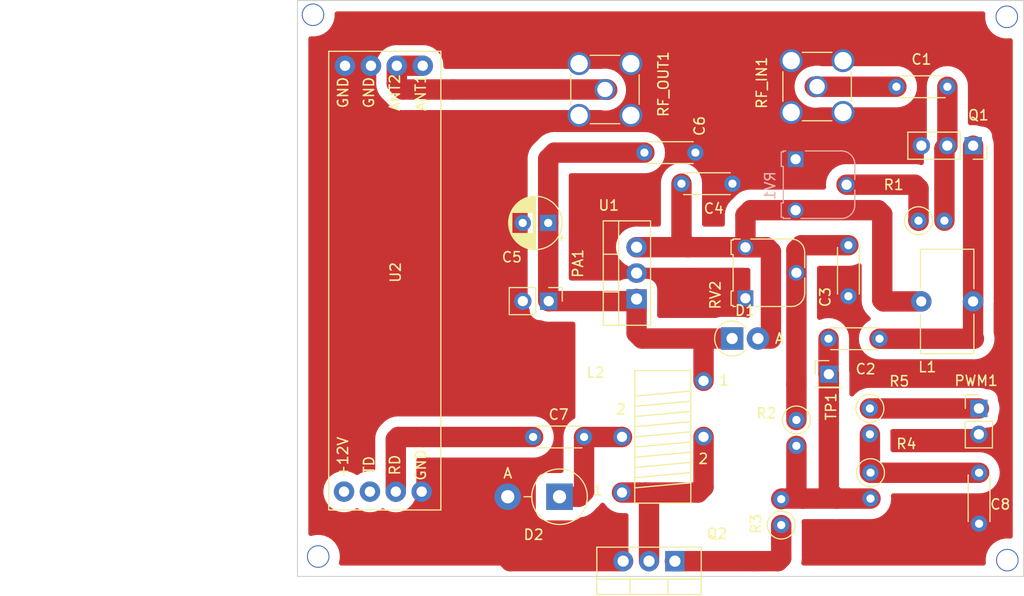
<source format=kicad_pcb>
(kicad_pcb (version 20171130) (host pcbnew 5.99.0+really5.1.10+dfsg1-1)

  (general
    (thickness 1.6)
    (drawings 18)
    (tracks 101)
    (zones 0)
    (modules 28)
    (nets 17)
  )

  (page User 200 200)
  (layers
    (0 F.Cu signal)
    (31 B.Cu signal hide)
    (33 F.Adhes user hide)
    (35 F.Paste user hide)
    (37 F.SilkS user)
    (38 B.Mask user hide)
    (39 F.Mask user hide)
    (40 Dwgs.User user hide)
    (41 Cmts.User user hide)
    (42 Eco1.User user hide)
    (43 Eco2.User user hide)
    (44 Edge.Cuts user)
    (45 Margin user hide)
    (46 B.CrtYd user hide)
    (47 F.CrtYd user)
    (49 F.Fab user)
  )

  (setup
    (last_trace_width 2)
    (user_trace_width 0.5)
    (user_trace_width 0.75)
    (user_trace_width 0.9)
    (user_trace_width 1)
    (user_trace_width 1.2)
    (user_trace_width 1.5)
    (user_trace_width 1.7)
    (user_trace_width 2)
    (user_trace_width 2.2)
    (user_trace_width 2.54)
    (trace_clearance 0.2)
    (zone_clearance 1.016)
    (zone_45_only no)
    (trace_min 0.2)
    (via_size 0.8)
    (via_drill 0.4)
    (via_min_size 0.4)
    (via_min_drill 0.3)
    (user_via 1.1 1)
    (user_via 2.2 2)
    (uvia_size 0.3)
    (uvia_drill 0.1)
    (uvias_allowed no)
    (uvia_min_size 0.2)
    (uvia_min_drill 0.1)
    (edge_width 0.1)
    (segment_width 0.2)
    (pcb_text_width 0.3)
    (pcb_text_size 1.5 1.5)
    (mod_edge_width 0.15)
    (mod_text_size 1 1)
    (mod_text_width 0.15)
    (pad_size 2.05 2.05)
    (pad_drill 1.5)
    (pad_to_mask_clearance 0)
    (aux_axis_origin 0 0)
    (visible_elements FFFFFF7F)
    (pcbplotparams
      (layerselection 0x011a0_7fffffff)
      (usegerberextensions false)
      (usegerberattributes true)
      (usegerberadvancedattributes true)
      (creategerberjobfile true)
      (excludeedgelayer true)
      (linewidth 0.100000)
      (plotframeref false)
      (viasonmask false)
      (mode 1)
      (useauxorigin false)
      (hpglpennumber 1)
      (hpglpenspeed 20)
      (hpglpendiameter 15.000000)
      (psnegative false)
      (psa4output false)
      (plotreference true)
      (plotvalue true)
      (plotinvisibletext false)
      (padsonsilk false)
      (subtractmaskfromsilk false)
      (outputformat 4)
      (mirror false)
      (drillshape 2)
      (scaleselection 1)
      (outputdirectory "plots/"))
  )

  (net 0 "")
  (net 1 GND)
  (net 2 +VDC)
  (net 3 "Net-(RF_OUT1-Pad1)")
  (net 4 "Net-(C3-Pad1)")
  (net 5 "Net-(PWM1-Pad1)")
  (net 6 /DC_BIAS_1)
  (net 7 "Net-(C2-Pad2)")
  (net 8 /DC_BIAS)
  (net 9 "Net-(C4-Pad2)")
  (net 10 "Net-(Q2-Pad1)")
  (net 11 "Net-(R1-Pad1)")
  (net 12 "Net-(C7-Pad2)")
  (net 13 "Net-(C8-Pad1)")
  (net 14 /8-10mW)
  (net 15 /RD_HACK)
  (net 16 "Net-(L2-Pad1)")

  (net_class Default "This is the default net class."
    (clearance 0.2)
    (trace_width 0.25)
    (via_dia 0.8)
    (via_drill 0.4)
    (uvia_dia 0.3)
    (uvia_drill 0.1)
    (add_net +VDC)
    (add_net /8-10mW)
    (add_net /DC_BIAS)
    (add_net /DC_BIAS_1)
    (add_net /RD_HACK)
    (add_net GND)
    (add_net "Net-(C2-Pad2)")
    (add_net "Net-(C3-Pad1)")
    (add_net "Net-(C4-Pad2)")
    (add_net "Net-(C7-Pad2)")
    (add_net "Net-(C8-Pad1)")
    (add_net "Net-(L2-Pad1)")
    (add_net "Net-(PWM1-Pad1)")
    (add_net "Net-(Q2-Pad1)")
    (add_net "Net-(R1-Pad1)")
    (add_net "Net-(RF_OUT1-Pad1)")
  )

  (module Diode_THT:D_DO-41_SOD81_P2.54mm_Vertical_AnodeUp (layer F.Cu) (tedit 5AE50CD5) (tstamp 614DF06E)
    (at 106.9 92.66)
    (descr "Diode, DO-41_SOD81 series, Axial, Vertical, pin pitch=2.54mm, , length*diameter=5.2*2.7mm^2, , http://www.diodes.com/_files/packages/DO-41%20(Plastic).pdf")
    (tags "Diode DO-41_SOD81 series Axial Vertical pin pitch 2.54mm  length 5.2mm diameter 2.7mm")
    (path /61502329)
    (fp_text reference D1 (at 1.27 -2.750635) (layer F.SilkS)
      (effects (font (size 1 1) (thickness 0.15)))
    )
    (fp_text value 1N4007 (at 1.27 3.639635) (layer F.Fab) hide
      (effects (font (size 1 1) (thickness 0.15)))
    )
    (fp_circle (center 0 0) (end 1.35 0) (layer F.Fab) (width 0.1))
    (fp_line (start 0 0) (end 2.54 0) (layer F.Fab) (width 0.1))
    (fp_line (start -1.6 -1.6) (end -1.6 1.6) (layer F.CrtYd) (width 0.05))
    (fp_line (start -1.6 1.6) (end 3.89 1.6) (layer F.CrtYd) (width 0.05))
    (fp_line (start 3.89 1.6) (end 3.89 -1.6) (layer F.CrtYd) (width 0.05))
    (fp_line (start 3.89 -1.6) (end -1.6 -1.6) (layer F.CrtYd) (width 0.05))
    (fp_text user A (at 4.64 0) (layer F.SilkS)
      (effects (font (size 1 1) (thickness 0.15)))
    )
    (fp_text user A (at 4.64 0) (layer F.Fab)
      (effects (font (size 1 1) (thickness 0.15)))
    )
    (fp_text user %R (at 1.27 -2.750635) (layer F.Fab)
      (effects (font (size 1 1) (thickness 0.15)))
    )
    (fp_arc (start 0 0) (end 1.311153 -1.1) (angle -276.998058) (layer F.SilkS) (width 0.12))
    (pad 2 thru_hole oval (at 2.54 0) (size 2.2 2.2) (drill 1.1) (layers *.Cu *.Mask)
      (net 9 "Net-(C4-Pad2)"))
    (pad 1 thru_hole rect (at 0 0) (size 2.2 2.2) (drill 1.1) (layers *.Cu *.Mask)
      (net 2 +VDC))
    (model ${KISYS3DMOD}/Diode_THT.3dshapes/D_DO-41_SOD81_P2.54mm_Vertical_AnodeUp.wrl
      (at (xyz 0 0 0))
      (scale (xyz 1 1 1))
      (rotate (xyz 0 0 0))
    )
  )

  (module Package_TO_SOT_THT:TO-220-3_Vertical (layer F.Cu) (tedit 5AC8BA0D) (tstamp 6107C76E)
    (at 101.29 114.5 180)
    (descr "TO-220-3, Vertical, RM 2.54mm, see https://www.vishay.com/docs/66542/to-220-1.pdf")
    (tags "TO-220-3 Vertical RM 2.54mm")
    (path /605F1A6A)
    (fp_text reference Q2 (at -4.12 2.69) (layer F.SilkS)
      (effects (font (size 1 1) (thickness 0.15)))
    )
    (fp_text value IRF510 (at 2.54 2.5) (layer F.Fab) hide
      (effects (font (size 1 1) (thickness 0.15)))
    )
    (fp_line (start 7.79 -3.4) (end -2.71 -3.4) (layer F.CrtYd) (width 0.05))
    (fp_line (start 7.79 1.51) (end 7.79 -3.4) (layer F.CrtYd) (width 0.05))
    (fp_line (start -2.71 1.51) (end 7.79 1.51) (layer F.CrtYd) (width 0.05))
    (fp_line (start -2.71 -3.4) (end -2.71 1.51) (layer F.CrtYd) (width 0.05))
    (fp_line (start 4.391 -3.27) (end 4.391 -1.76) (layer F.SilkS) (width 0.12))
    (fp_line (start 0.69 -3.27) (end 0.69 -1.76) (layer F.SilkS) (width 0.12))
    (fp_line (start -2.58 -1.76) (end 7.66 -1.76) (layer F.SilkS) (width 0.12))
    (fp_line (start 7.66 -3.27) (end 7.66 1.371) (layer F.SilkS) (width 0.12))
    (fp_line (start -2.58 -3.27) (end -2.58 1.371) (layer F.SilkS) (width 0.12))
    (fp_line (start -2.58 1.371) (end 7.66 1.371) (layer F.SilkS) (width 0.12))
    (fp_line (start -2.58 -3.27) (end 7.66 -3.27) (layer F.SilkS) (width 0.12))
    (fp_line (start 4.39 -3.15) (end 4.39 -1.88) (layer F.Fab) (width 0.1))
    (fp_line (start 0.69 -3.15) (end 0.69 -1.88) (layer F.Fab) (width 0.1))
    (fp_line (start -2.46 -1.88) (end 7.54 -1.88) (layer F.Fab) (width 0.1))
    (fp_line (start 7.54 -3.15) (end -2.46 -3.15) (layer F.Fab) (width 0.1))
    (fp_line (start 7.54 1.25) (end 7.54 -3.15) (layer F.Fab) (width 0.1))
    (fp_line (start -2.46 1.25) (end 7.54 1.25) (layer F.Fab) (width 0.1))
    (fp_line (start -2.46 -3.15) (end -2.46 1.25) (layer F.Fab) (width 0.1))
    (fp_text user %R (at 8.68 -2.11 270) (layer F.Fab) hide
      (effects (font (size 1 1) (thickness 0.15)))
    )
    (pad 3 thru_hole oval (at 5.08 0 180) (size 1.905 2) (drill 1.1) (layers *.Cu *.Mask)
      (net 1 GND))
    (pad 2 thru_hole oval (at 2.54 0 180) (size 1.905 2) (drill 1.1) (layers *.Cu *.Mask)
      (net 16 "Net-(L2-Pad1)"))
    (pad 1 thru_hole rect (at 0 0 180) (size 1.905 2) (drill 1.1) (layers *.Cu *.Mask)
      (net 10 "Net-(Q2-Pad1)"))
    (model ${KISYS3DMOD}/Package_TO_SOT_THT.3dshapes/TO-220-3_Vertical.wrl
      (at (xyz 0 0 0))
      (scale (xyz 1 1 1))
      (rotate (xyz 0 0 0))
    )
    (model ${KIPRJMOD}/models/heatsink_to-220.stp
      (offset (xyz 2.5 4.5 3))
      (scale (xyz 1 1 1))
      (rotate (xyz -90 0 0))
    )
  )

  (module Diode_THT:D_DO-201_P5.08mm_Vertical_AnodeUp (layer F.Cu) (tedit 5AE50CD5) (tstamp 61727178)
    (at 89.97 108.18 180)
    (descr "Diode, DO-201 series, Axial, Vertical, pin pitch=5.08mm, , length*diameter=9.53*5.21mm^2, , http://www.diodes.com/_files/packages/DO-201.pdf")
    (tags "Diode DO-201 series Axial Vertical pin pitch 5.08mm  length 9.53mm diameter 5.21mm")
    (path /617372E0)
    (fp_text reference D2 (at 2.54 -3.725) (layer F.SilkS)
      (effects (font (size 1 1) (thickness 0.15)))
    )
    (fp_text value "75v 5W" (at 2.54 3.725) (layer F.Fab) hide
      (effects (font (size 1 1) (thickness 0.15)))
    )
    (fp_line (start 6.64 -2.86) (end -2.86 -2.86) (layer F.CrtYd) (width 0.05))
    (fp_line (start 6.64 2.86) (end 6.64 -2.86) (layer F.CrtYd) (width 0.05))
    (fp_line (start -2.86 2.86) (end 6.64 2.86) (layer F.CrtYd) (width 0.05))
    (fp_line (start -2.86 -2.86) (end -2.86 2.86) (layer F.CrtYd) (width 0.05))
    (fp_line (start 2.725 0) (end 3.48 0) (layer F.SilkS) (width 0.12))
    (fp_line (start 0 0) (end 5.08 0) (layer F.Fab) (width 0.1))
    (fp_circle (center 0 0) (end 2.725 0) (layer F.SilkS) (width 0.12))
    (fp_circle (center 0 0) (end 2.605 0) (layer F.Fab) (width 0.1))
    (fp_text user A (at 5.08 2.3) (layer F.SilkS)
      (effects (font (size 1 1) (thickness 0.15)))
    )
    (fp_text user A (at 5.08 2.3) (layer F.Fab)
      (effects (font (size 1 1) (thickness 0.15)))
    )
    (fp_text user %R (at 2.54 -3.725) (layer F.Fab)
      (effects (font (size 1 1) (thickness 0.15)))
    )
    (pad 2 thru_hole oval (at 5.08 0 180) (size 2.6 2.6) (drill 1.3) (layers *.Cu *.Mask)
      (net 1 GND))
    (pad 1 thru_hole rect (at 0 0 180) (size 2.6 2.6) (drill 1.3) (layers *.Cu *.Mask)
      (net 12 "Net-(C7-Pad2)"))
    (model ${KISYS3DMOD}/Diode_THT.3dshapes/D_DO-201_P5.08mm_Vertical_AnodeUp.wrl
      (at (xyz 0 0 0))
      (scale (xyz 1 1 1))
      (rotate (xyz 0 0 0))
    )
  )

  (module Capacitor_THT:C_Disc_D4.3mm_W1.9mm_P5.00mm (layer F.Cu) (tedit 5AE50EF0) (tstamp 61556D9A)
    (at 98.298 74.422)
    (descr "C, Disc series, Radial, pin pitch=5.00mm, , diameter*width=4.3*1.9mm^2, Capacitor, http://www.vishay.com/docs/45233/krseries.pdf")
    (tags "C Disc series Radial pin pitch 5.00mm  diameter 4.3mm width 1.9mm Capacitor")
    (path /6155A522)
    (fp_text reference C6 (at 5.41 -2.61 270) (layer F.SilkS)
      (effects (font (size 1 1) (thickness 0.15)))
    )
    (fp_text value 100nF (at 2.5 2.2) (layer F.Fab) hide
      (effects (font (size 1 1) (thickness 0.15)))
    )
    (fp_line (start 6.05 -1.2) (end -1.05 -1.2) (layer F.CrtYd) (width 0.05))
    (fp_line (start 6.05 1.2) (end 6.05 -1.2) (layer F.CrtYd) (width 0.05))
    (fp_line (start -1.05 1.2) (end 6.05 1.2) (layer F.CrtYd) (width 0.05))
    (fp_line (start -1.05 -1.2) (end -1.05 1.2) (layer F.CrtYd) (width 0.05))
    (fp_line (start 4.77 1.055) (end 4.77 1.07) (layer F.SilkS) (width 0.12))
    (fp_line (start 4.77 -1.07) (end 4.77 -1.055) (layer F.SilkS) (width 0.12))
    (fp_line (start 0.23 1.055) (end 0.23 1.07) (layer F.SilkS) (width 0.12))
    (fp_line (start 0.23 -1.07) (end 0.23 -1.055) (layer F.SilkS) (width 0.12))
    (fp_line (start 0.23 1.07) (end 4.77 1.07) (layer F.SilkS) (width 0.12))
    (fp_line (start 0.23 -1.07) (end 4.77 -1.07) (layer F.SilkS) (width 0.12))
    (fp_line (start 4.65 -0.95) (end 0.35 -0.95) (layer F.Fab) (width 0.1))
    (fp_line (start 4.65 0.95) (end 4.65 -0.95) (layer F.Fab) (width 0.1))
    (fp_line (start 0.35 0.95) (end 4.65 0.95) (layer F.Fab) (width 0.1))
    (fp_line (start 0.35 -0.95) (end 0.35 0.95) (layer F.Fab) (width 0.1))
    (fp_text user %R (at 2.5 0) (layer F.Fab)
      (effects (font (size 0.86 0.86) (thickness 0.129)))
    )
    (pad 2 thru_hole circle (at 5 0) (size 1.6 1.6) (drill 0.8) (layers *.Cu *.Mask)
      (net 1 GND))
    (pad 1 thru_hole circle (at 0 0) (size 1.6 1.6) (drill 0.8) (layers *.Cu *.Mask)
      (net 2 +VDC))
    (model ${KISYS3DMOD}/Capacitor_THT.3dshapes/C_Disc_D4.3mm_W1.9mm_P5.00mm.wrl
      (at (xyz 0 0 0))
      (scale (xyz 1 1 1))
      (rotate (xyz 0 0 0))
    )
  )

  (module Capacitor_THT:CP_Radial_D5.0mm_P2.50mm (layer F.Cu) (tedit 5AE50EF0) (tstamp 615559F0)
    (at 88.86 81.32 180)
    (descr "CP, Radial series, Radial, pin pitch=2.50mm, , diameter=5mm, Electrolytic Capacitor")
    (tags "CP Radial series Radial pin pitch 2.50mm  diameter 5mm Electrolytic Capacitor")
    (path /6068F2D2)
    (fp_text reference C5 (at 3.568 -3.362) (layer F.SilkS)
      (effects (font (size 1 1) (thickness 0.15)))
    )
    (fp_text value "10uF 50v" (at 1.25 3.75) (layer F.Fab) hide
      (effects (font (size 1 1) (thickness 0.15)))
    )
    (fp_circle (center 1.25 0) (end 3.75 0) (layer F.Fab) (width 0.1))
    (fp_circle (center 1.25 0) (end 3.87 0) (layer F.SilkS) (width 0.12))
    (fp_circle (center 1.25 0) (end 4 0) (layer F.CrtYd) (width 0.05))
    (fp_line (start -0.883605 -1.0875) (end -0.383605 -1.0875) (layer F.Fab) (width 0.1))
    (fp_line (start -0.633605 -1.3375) (end -0.633605 -0.8375) (layer F.Fab) (width 0.1))
    (fp_line (start 1.25 -2.58) (end 1.25 2.58) (layer F.SilkS) (width 0.12))
    (fp_line (start 1.29 -2.58) (end 1.29 2.58) (layer F.SilkS) (width 0.12))
    (fp_line (start 1.33 -2.579) (end 1.33 2.579) (layer F.SilkS) (width 0.12))
    (fp_line (start 1.37 -2.578) (end 1.37 2.578) (layer F.SilkS) (width 0.12))
    (fp_line (start 1.41 -2.576) (end 1.41 2.576) (layer F.SilkS) (width 0.12))
    (fp_line (start 1.45 -2.573) (end 1.45 2.573) (layer F.SilkS) (width 0.12))
    (fp_line (start 1.49 -2.569) (end 1.49 -1.04) (layer F.SilkS) (width 0.12))
    (fp_line (start 1.49 1.04) (end 1.49 2.569) (layer F.SilkS) (width 0.12))
    (fp_line (start 1.53 -2.565) (end 1.53 -1.04) (layer F.SilkS) (width 0.12))
    (fp_line (start 1.53 1.04) (end 1.53 2.565) (layer F.SilkS) (width 0.12))
    (fp_line (start 1.57 -2.561) (end 1.57 -1.04) (layer F.SilkS) (width 0.12))
    (fp_line (start 1.57 1.04) (end 1.57 2.561) (layer F.SilkS) (width 0.12))
    (fp_line (start 1.61 -2.556) (end 1.61 -1.04) (layer F.SilkS) (width 0.12))
    (fp_line (start 1.61 1.04) (end 1.61 2.556) (layer F.SilkS) (width 0.12))
    (fp_line (start 1.65 -2.55) (end 1.65 -1.04) (layer F.SilkS) (width 0.12))
    (fp_line (start 1.65 1.04) (end 1.65 2.55) (layer F.SilkS) (width 0.12))
    (fp_line (start 1.69 -2.543) (end 1.69 -1.04) (layer F.SilkS) (width 0.12))
    (fp_line (start 1.69 1.04) (end 1.69 2.543) (layer F.SilkS) (width 0.12))
    (fp_line (start 1.73 -2.536) (end 1.73 -1.04) (layer F.SilkS) (width 0.12))
    (fp_line (start 1.73 1.04) (end 1.73 2.536) (layer F.SilkS) (width 0.12))
    (fp_line (start 1.77 -2.528) (end 1.77 -1.04) (layer F.SilkS) (width 0.12))
    (fp_line (start 1.77 1.04) (end 1.77 2.528) (layer F.SilkS) (width 0.12))
    (fp_line (start 1.81 -2.52) (end 1.81 -1.04) (layer F.SilkS) (width 0.12))
    (fp_line (start 1.81 1.04) (end 1.81 2.52) (layer F.SilkS) (width 0.12))
    (fp_line (start 1.85 -2.511) (end 1.85 -1.04) (layer F.SilkS) (width 0.12))
    (fp_line (start 1.85 1.04) (end 1.85 2.511) (layer F.SilkS) (width 0.12))
    (fp_line (start 1.89 -2.501) (end 1.89 -1.04) (layer F.SilkS) (width 0.12))
    (fp_line (start 1.89 1.04) (end 1.89 2.501) (layer F.SilkS) (width 0.12))
    (fp_line (start 1.93 -2.491) (end 1.93 -1.04) (layer F.SilkS) (width 0.12))
    (fp_line (start 1.93 1.04) (end 1.93 2.491) (layer F.SilkS) (width 0.12))
    (fp_line (start 1.971 -2.48) (end 1.971 -1.04) (layer F.SilkS) (width 0.12))
    (fp_line (start 1.971 1.04) (end 1.971 2.48) (layer F.SilkS) (width 0.12))
    (fp_line (start 2.011 -2.468) (end 2.011 -1.04) (layer F.SilkS) (width 0.12))
    (fp_line (start 2.011 1.04) (end 2.011 2.468) (layer F.SilkS) (width 0.12))
    (fp_line (start 2.051 -2.455) (end 2.051 -1.04) (layer F.SilkS) (width 0.12))
    (fp_line (start 2.051 1.04) (end 2.051 2.455) (layer F.SilkS) (width 0.12))
    (fp_line (start 2.091 -2.442) (end 2.091 -1.04) (layer F.SilkS) (width 0.12))
    (fp_line (start 2.091 1.04) (end 2.091 2.442) (layer F.SilkS) (width 0.12))
    (fp_line (start 2.131 -2.428) (end 2.131 -1.04) (layer F.SilkS) (width 0.12))
    (fp_line (start 2.131 1.04) (end 2.131 2.428) (layer F.SilkS) (width 0.12))
    (fp_line (start 2.171 -2.414) (end 2.171 -1.04) (layer F.SilkS) (width 0.12))
    (fp_line (start 2.171 1.04) (end 2.171 2.414) (layer F.SilkS) (width 0.12))
    (fp_line (start 2.211 -2.398) (end 2.211 -1.04) (layer F.SilkS) (width 0.12))
    (fp_line (start 2.211 1.04) (end 2.211 2.398) (layer F.SilkS) (width 0.12))
    (fp_line (start 2.251 -2.382) (end 2.251 -1.04) (layer F.SilkS) (width 0.12))
    (fp_line (start 2.251 1.04) (end 2.251 2.382) (layer F.SilkS) (width 0.12))
    (fp_line (start 2.291 -2.365) (end 2.291 -1.04) (layer F.SilkS) (width 0.12))
    (fp_line (start 2.291 1.04) (end 2.291 2.365) (layer F.SilkS) (width 0.12))
    (fp_line (start 2.331 -2.348) (end 2.331 -1.04) (layer F.SilkS) (width 0.12))
    (fp_line (start 2.331 1.04) (end 2.331 2.348) (layer F.SilkS) (width 0.12))
    (fp_line (start 2.371 -2.329) (end 2.371 -1.04) (layer F.SilkS) (width 0.12))
    (fp_line (start 2.371 1.04) (end 2.371 2.329) (layer F.SilkS) (width 0.12))
    (fp_line (start 2.411 -2.31) (end 2.411 -1.04) (layer F.SilkS) (width 0.12))
    (fp_line (start 2.411 1.04) (end 2.411 2.31) (layer F.SilkS) (width 0.12))
    (fp_line (start 2.451 -2.29) (end 2.451 -1.04) (layer F.SilkS) (width 0.12))
    (fp_line (start 2.451 1.04) (end 2.451 2.29) (layer F.SilkS) (width 0.12))
    (fp_line (start 2.491 -2.268) (end 2.491 -1.04) (layer F.SilkS) (width 0.12))
    (fp_line (start 2.491 1.04) (end 2.491 2.268) (layer F.SilkS) (width 0.12))
    (fp_line (start 2.531 -2.247) (end 2.531 -1.04) (layer F.SilkS) (width 0.12))
    (fp_line (start 2.531 1.04) (end 2.531 2.247) (layer F.SilkS) (width 0.12))
    (fp_line (start 2.571 -2.224) (end 2.571 -1.04) (layer F.SilkS) (width 0.12))
    (fp_line (start 2.571 1.04) (end 2.571 2.224) (layer F.SilkS) (width 0.12))
    (fp_line (start 2.611 -2.2) (end 2.611 -1.04) (layer F.SilkS) (width 0.12))
    (fp_line (start 2.611 1.04) (end 2.611 2.2) (layer F.SilkS) (width 0.12))
    (fp_line (start 2.651 -2.175) (end 2.651 -1.04) (layer F.SilkS) (width 0.12))
    (fp_line (start 2.651 1.04) (end 2.651 2.175) (layer F.SilkS) (width 0.12))
    (fp_line (start 2.691 -2.149) (end 2.691 -1.04) (layer F.SilkS) (width 0.12))
    (fp_line (start 2.691 1.04) (end 2.691 2.149) (layer F.SilkS) (width 0.12))
    (fp_line (start 2.731 -2.122) (end 2.731 -1.04) (layer F.SilkS) (width 0.12))
    (fp_line (start 2.731 1.04) (end 2.731 2.122) (layer F.SilkS) (width 0.12))
    (fp_line (start 2.771 -2.095) (end 2.771 -1.04) (layer F.SilkS) (width 0.12))
    (fp_line (start 2.771 1.04) (end 2.771 2.095) (layer F.SilkS) (width 0.12))
    (fp_line (start 2.811 -2.065) (end 2.811 -1.04) (layer F.SilkS) (width 0.12))
    (fp_line (start 2.811 1.04) (end 2.811 2.065) (layer F.SilkS) (width 0.12))
    (fp_line (start 2.851 -2.035) (end 2.851 -1.04) (layer F.SilkS) (width 0.12))
    (fp_line (start 2.851 1.04) (end 2.851 2.035) (layer F.SilkS) (width 0.12))
    (fp_line (start 2.891 -2.004) (end 2.891 -1.04) (layer F.SilkS) (width 0.12))
    (fp_line (start 2.891 1.04) (end 2.891 2.004) (layer F.SilkS) (width 0.12))
    (fp_line (start 2.931 -1.971) (end 2.931 -1.04) (layer F.SilkS) (width 0.12))
    (fp_line (start 2.931 1.04) (end 2.931 1.971) (layer F.SilkS) (width 0.12))
    (fp_line (start 2.971 -1.937) (end 2.971 -1.04) (layer F.SilkS) (width 0.12))
    (fp_line (start 2.971 1.04) (end 2.971 1.937) (layer F.SilkS) (width 0.12))
    (fp_line (start 3.011 -1.901) (end 3.011 -1.04) (layer F.SilkS) (width 0.12))
    (fp_line (start 3.011 1.04) (end 3.011 1.901) (layer F.SilkS) (width 0.12))
    (fp_line (start 3.051 -1.864) (end 3.051 -1.04) (layer F.SilkS) (width 0.12))
    (fp_line (start 3.051 1.04) (end 3.051 1.864) (layer F.SilkS) (width 0.12))
    (fp_line (start 3.091 -1.826) (end 3.091 -1.04) (layer F.SilkS) (width 0.12))
    (fp_line (start 3.091 1.04) (end 3.091 1.826) (layer F.SilkS) (width 0.12))
    (fp_line (start 3.131 -1.785) (end 3.131 -1.04) (layer F.SilkS) (width 0.12))
    (fp_line (start 3.131 1.04) (end 3.131 1.785) (layer F.SilkS) (width 0.12))
    (fp_line (start 3.171 -1.743) (end 3.171 -1.04) (layer F.SilkS) (width 0.12))
    (fp_line (start 3.171 1.04) (end 3.171 1.743) (layer F.SilkS) (width 0.12))
    (fp_line (start 3.211 -1.699) (end 3.211 -1.04) (layer F.SilkS) (width 0.12))
    (fp_line (start 3.211 1.04) (end 3.211 1.699) (layer F.SilkS) (width 0.12))
    (fp_line (start 3.251 -1.653) (end 3.251 -1.04) (layer F.SilkS) (width 0.12))
    (fp_line (start 3.251 1.04) (end 3.251 1.653) (layer F.SilkS) (width 0.12))
    (fp_line (start 3.291 -1.605) (end 3.291 -1.04) (layer F.SilkS) (width 0.12))
    (fp_line (start 3.291 1.04) (end 3.291 1.605) (layer F.SilkS) (width 0.12))
    (fp_line (start 3.331 -1.554) (end 3.331 -1.04) (layer F.SilkS) (width 0.12))
    (fp_line (start 3.331 1.04) (end 3.331 1.554) (layer F.SilkS) (width 0.12))
    (fp_line (start 3.371 -1.5) (end 3.371 -1.04) (layer F.SilkS) (width 0.12))
    (fp_line (start 3.371 1.04) (end 3.371 1.5) (layer F.SilkS) (width 0.12))
    (fp_line (start 3.411 -1.443) (end 3.411 -1.04) (layer F.SilkS) (width 0.12))
    (fp_line (start 3.411 1.04) (end 3.411 1.443) (layer F.SilkS) (width 0.12))
    (fp_line (start 3.451 -1.383) (end 3.451 -1.04) (layer F.SilkS) (width 0.12))
    (fp_line (start 3.451 1.04) (end 3.451 1.383) (layer F.SilkS) (width 0.12))
    (fp_line (start 3.491 -1.319) (end 3.491 -1.04) (layer F.SilkS) (width 0.12))
    (fp_line (start 3.491 1.04) (end 3.491 1.319) (layer F.SilkS) (width 0.12))
    (fp_line (start 3.531 -1.251) (end 3.531 -1.04) (layer F.SilkS) (width 0.12))
    (fp_line (start 3.531 1.04) (end 3.531 1.251) (layer F.SilkS) (width 0.12))
    (fp_line (start 3.571 -1.178) (end 3.571 1.178) (layer F.SilkS) (width 0.12))
    (fp_line (start 3.611 -1.098) (end 3.611 1.098) (layer F.SilkS) (width 0.12))
    (fp_line (start 3.651 -1.011) (end 3.651 1.011) (layer F.SilkS) (width 0.12))
    (fp_line (start 3.691 -0.915) (end 3.691 0.915) (layer F.SilkS) (width 0.12))
    (fp_line (start 3.731 -0.805) (end 3.731 0.805) (layer F.SilkS) (width 0.12))
    (fp_line (start 3.771 -0.677) (end 3.771 0.677) (layer F.SilkS) (width 0.12))
    (fp_line (start 3.811 -0.518) (end 3.811 0.518) (layer F.SilkS) (width 0.12))
    (fp_line (start 3.851 -0.284) (end 3.851 0.284) (layer F.SilkS) (width 0.12))
    (fp_line (start -1.554775 -1.475) (end -1.054775 -1.475) (layer F.SilkS) (width 0.12))
    (fp_line (start -1.304775 -1.725) (end -1.304775 -1.225) (layer F.SilkS) (width 0.12))
    (fp_text user %R (at 1.25 0) (layer F.Fab)
      (effects (font (size 1 1) (thickness 0.15)))
    )
    (pad 2 thru_hole circle (at 2.5 0 180) (size 1.6 1.6) (drill 0.8) (layers *.Cu *.Mask)
      (net 1 GND))
    (pad 1 thru_hole rect (at 0 0 180) (size 1.6 1.6) (drill 0.8) (layers *.Cu *.Mask)
      (net 2 +VDC))
    (model ${KISYS3DMOD}/Capacitor_THT.3dshapes/CP_Radial_D5.0mm_P2.50mm.wrl
      (at (xyz 0 0 0))
      (scale (xyz 1 1 1))
      (rotate (xyz 0 0 0))
    )
  )

  (module Connector_PinHeader_2.54mm:PinHeader_1x01_P2.54mm_Vertical (layer F.Cu) (tedit 59FED5CC) (tstamp 6183AC9F)
    (at 116.39 96.16)
    (descr "Through hole straight pin header, 1x01, 2.54mm pitch, single row")
    (tags "Through hole pin header THT 1x01 2.54mm single row")
    (path /61582AB5)
    (fp_text reference TP1 (at 0.22 3.17 90) (layer F.SilkS)
      (effects (font (size 1 1) (thickness 0.15)))
    )
    (fp_text value TestPoint (at 0 2.33) (layer F.Fab) hide
      (effects (font (size 1 1) (thickness 0.15)))
    )
    (fp_line (start 1.8 -1.8) (end -1.8 -1.8) (layer F.CrtYd) (width 0.05))
    (fp_line (start 1.8 1.8) (end 1.8 -1.8) (layer F.CrtYd) (width 0.05))
    (fp_line (start -1.8 1.8) (end 1.8 1.8) (layer F.CrtYd) (width 0.05))
    (fp_line (start -1.8 -1.8) (end -1.8 1.8) (layer F.CrtYd) (width 0.05))
    (fp_line (start -1.33 -1.33) (end 0 -1.33) (layer F.SilkS) (width 0.12))
    (fp_line (start -1.33 0) (end -1.33 -1.33) (layer F.SilkS) (width 0.12))
    (fp_line (start -1.33 1.27) (end 1.33 1.27) (layer F.SilkS) (width 0.12))
    (fp_line (start 1.33 1.27) (end 1.33 1.33) (layer F.SilkS) (width 0.12))
    (fp_line (start -1.33 1.27) (end -1.33 1.33) (layer F.SilkS) (width 0.12))
    (fp_line (start -1.33 1.33) (end 1.33 1.33) (layer F.SilkS) (width 0.12))
    (fp_line (start -1.27 -0.635) (end -0.635 -1.27) (layer F.Fab) (width 0.1))
    (fp_line (start -1.27 1.27) (end -1.27 -0.635) (layer F.Fab) (width 0.1))
    (fp_line (start 1.27 1.27) (end -1.27 1.27) (layer F.Fab) (width 0.1))
    (fp_line (start 1.27 -1.27) (end 1.27 1.27) (layer F.Fab) (width 0.1))
    (fp_line (start -0.635 -1.27) (end 1.27 -1.27) (layer F.Fab) (width 0.1))
    (fp_text user %R (at 0 0 90) (layer F.Fab)
      (effects (font (size 1 1) (thickness 0.15)))
    )
    (pad 1 thru_hole rect (at 0 0) (size 1.7 1.7) (drill 1) (layers *.Cu *.Mask)
      (net 8 /DC_BIAS))
    (model ${KISYS3DMOD}/Connector_PinHeader_2.54mm.3dshapes/PinHeader_1x01_P2.54mm_Vertical.wrl
      (at (xyz 0 0 0))
      (scale (xyz 1 1 1))
      (rotate (xyz 0 0 0))
    )
  )

  (module Potentiometer_THT:Potentiometer_Runtron_RM-065_Vertical (layer B.Cu) (tedit 5BF6754C) (tstamp 61551626)
    (at 113.13 75.07 270)
    (descr "Potentiometer, vertical, Trimmer, RM-065 http://www.runtron.com/down/PDF%20Datasheet/Carbon%20Film%20Potentiometer/RM065%20RM063.pdf")
    (tags "Potentiometer Trimmer RM-065")
    (path /614F3E55)
    (fp_text reference RV1 (at 2.6 2.5 270) (layer B.SilkS)
      (effects (font (size 1 1) (thickness 0.15)) (justify mirror))
    )
    (fp_text value 4.7k (at 2.6 -7.4 270) (layer B.Fab)
      (effects (font (size 1 1) (thickness 0.15)) (justify mirror))
    )
    (fp_line (start 5.81 1.21) (end 5.81 0.52) (layer B.SilkS) (width 0.12))
    (fp_line (start 5.71 1.21) (end 5.81 1.21) (layer B.SilkS) (width 0.12))
    (fp_line (start -0.81 1.21) (end -0.81 0.96) (layer B.SilkS) (width 0.12))
    (fp_line (start -0.71 1.21) (end -0.81 1.21) (layer B.SilkS) (width 0.12))
    (fp_line (start -0.71 1.41) (end -0.71 1.21) (layer B.SilkS) (width 0.12))
    (fp_line (start 0.71 1.21) (end 0.71 1.41) (layer B.SilkS) (width 0.12))
    (fp_circle (center 2.5 -2.5) (end 5.5 -2.5) (layer B.Fab) (width 0.1))
    (fp_line (start -1.03 1.55) (end 6.03 1.55) (layer B.CrtYd) (width 0.05))
    (fp_line (start -1.03 1.55) (end -1.03 -6.05) (layer B.CrtYd) (width 0.05))
    (fp_line (start 6.03 -6.05) (end 6.03 1.55) (layer B.CrtYd) (width 0.05))
    (fp_line (start 6.05 -6.03) (end -1.05 -6.03) (layer B.CrtYd) (width 0.05))
    (fp_line (start 5.7 1.1) (end -0.7 1.1) (layer B.Fab) (width 0.1))
    (fp_line (start 4.4 1.3) (end 4.4 1.1) (layer B.Fab) (width 0.1))
    (fp_line (start 5.6 1.3) (end 4.41 1.3) (layer B.Fab) (width 0.1))
    (fp_line (start 5.6 1.1) (end 5.6 1.3) (layer B.Fab) (width 0.1))
    (fp_line (start 0.6 1.3) (end 0.6 1.1) (layer B.Fab) (width 0.1))
    (fp_line (start -0.6 1.3) (end 0.6 1.3) (layer B.Fab) (width 0.1))
    (fp_line (start -0.6 1.1) (end -0.6 1.3) (layer B.Fab) (width 0.1))
    (fp_line (start -0.7 -4.5) (end -0.7 1.1) (layer B.Fab) (width 0.1))
    (fp_line (start 5.7 -4.5) (end 5.7 1.1) (layer B.Fab) (width 0.1))
    (fp_line (start 0.5 -5.7) (end 4.5 -5.7) (layer B.Fab) (width 0.1))
    (fp_line (start 4.5 -5.81) (end 3.01 -5.81) (layer B.SilkS) (width 0.12))
    (fp_line (start 5.81 -0.52) (end 5.81 -4.5) (layer B.SilkS) (width 0.12))
    (fp_line (start -0.81 -4.5) (end -0.81 -0.96) (layer B.SilkS) (width 0.12))
    (fp_line (start 1.99 -5.81) (end 0.5 -5.81) (layer B.SilkS) (width 0.12))
    (fp_line (start 5.71 1.41) (end 5.71 1.21) (layer B.SilkS) (width 0.12))
    (fp_line (start 4.29 1.41) (end 5.71 1.41) (layer B.SilkS) (width 0.12))
    (fp_line (start 4.29 1.21) (end 4.29 1.41) (layer B.SilkS) (width 0.12))
    (fp_line (start 0.71 1.21) (end 4.29 1.21) (layer B.SilkS) (width 0.12))
    (fp_line (start -0.71 1.41) (end 0.71 1.41) (layer B.SilkS) (width 0.12))
    (fp_arc (start 4.5 -4.5) (end 4.5 -5.81) (angle 90) (layer B.SilkS) (width 0.12))
    (fp_arc (start 0.5 -4.5) (end -0.81 -4.5) (angle 90) (layer B.SilkS) (width 0.12))
    (fp_arc (start 0.5 -4.5) (end -0.7 -4.5) (angle 90) (layer B.Fab) (width 0.1))
    (fp_arc (start 4.5 -4.5) (end 4.5 -5.7) (angle 90) (layer B.Fab) (width 0.1))
    (fp_text user %R (at 2.5 -2.5 270) (layer B.Fab)
      (effects (font (size 1 1) (thickness 0.15)) (justify mirror))
    )
    (pad 3 thru_hole circle (at 5 0 270) (size 1.55 1.55) (drill 1) (layers *.Cu *.Mask)
      (net 9 "Net-(C4-Pad2)"))
    (pad 1 thru_hole rect (at 0 0 270) (size 1.55 1.55) (drill 1) (layers *.Cu *.Mask)
      (net 1 GND))
    (pad 2 thru_hole circle (at 2.5 -5 270) (size 1.55 1.55) (drill 1) (layers *.Cu *.Mask)
      (net 11 "Net-(R1-Pad1)"))
    (model ${KIPRJMOD}/models/Poti_10kohm.stp
      (offset (xyz 2.5 -3.3 -1.5))
      (scale (xyz 1 1 1))
      (rotate (xyz -180 0 90))
    )
  )

  (module Potentiometer_THT:Potentiometer_Runtron_RM-065_Vertical (layer F.Cu) (tedit 5BF6754C) (tstamp 615502A7)
    (at 108.21 88.71 90)
    (descr "Potentiometer, vertical, Trimmer, RM-065 http://www.runtron.com/down/PDF%20Datasheet/Carbon%20Film%20Potentiometer/RM065%20RM063.pdf")
    (tags "Potentiometer Trimmer RM-065")
    (path /61088B73)
    (fp_text reference RV2 (at 0.318 -2.95 90) (layer F.SilkS)
      (effects (font (size 1 1) (thickness 0.15)))
    )
    (fp_text value 4.7k (at 2.6 7.4 90) (layer F.Fab) hide
      (effects (font (size 1 1) (thickness 0.15)))
    )
    (fp_line (start -0.71 -1.41) (end 0.71 -1.41) (layer F.SilkS) (width 0.12))
    (fp_line (start 0.71 -1.21) (end 4.29 -1.21) (layer F.SilkS) (width 0.12))
    (fp_line (start 4.29 -1.21) (end 4.29 -1.41) (layer F.SilkS) (width 0.12))
    (fp_line (start 4.29 -1.41) (end 5.71 -1.41) (layer F.SilkS) (width 0.12))
    (fp_line (start 5.71 -1.41) (end 5.71 -1.21) (layer F.SilkS) (width 0.12))
    (fp_line (start 1.99 5.81) (end 0.5 5.81) (layer F.SilkS) (width 0.12))
    (fp_line (start -0.81 4.5) (end -0.81 0.96) (layer F.SilkS) (width 0.12))
    (fp_line (start 5.81 0.52) (end 5.81 4.5) (layer F.SilkS) (width 0.12))
    (fp_line (start 4.5 5.81) (end 3.01 5.81) (layer F.SilkS) (width 0.12))
    (fp_line (start 0.5 5.7) (end 4.5 5.7) (layer F.Fab) (width 0.1))
    (fp_line (start 5.7 4.5) (end 5.7 -1.1) (layer F.Fab) (width 0.1))
    (fp_line (start -0.7 4.5) (end -0.7 -1.1) (layer F.Fab) (width 0.1))
    (fp_line (start -0.6 -1.1) (end -0.6 -1.3) (layer F.Fab) (width 0.1))
    (fp_line (start -0.6 -1.3) (end 0.6 -1.3) (layer F.Fab) (width 0.1))
    (fp_line (start 0.6 -1.3) (end 0.6 -1.1) (layer F.Fab) (width 0.1))
    (fp_line (start 5.6 -1.1) (end 5.6 -1.3) (layer F.Fab) (width 0.1))
    (fp_line (start 5.6 -1.3) (end 4.41 -1.3) (layer F.Fab) (width 0.1))
    (fp_line (start 4.4 -1.3) (end 4.4 -1.1) (layer F.Fab) (width 0.1))
    (fp_line (start 5.7 -1.1) (end -0.7 -1.1) (layer F.Fab) (width 0.1))
    (fp_line (start 6.05 6.03) (end -1.05 6.03) (layer F.CrtYd) (width 0.05))
    (fp_line (start 6.03 6.05) (end 6.03 -1.55) (layer F.CrtYd) (width 0.05))
    (fp_line (start -1.03 -1.55) (end -1.03 6.05) (layer F.CrtYd) (width 0.05))
    (fp_line (start -1.03 -1.55) (end 6.03 -1.55) (layer F.CrtYd) (width 0.05))
    (fp_circle (center 2.5 2.5) (end 5.5 2.5) (layer F.Fab) (width 0.1))
    (fp_line (start 0.71 -1.21) (end 0.71 -1.41) (layer F.SilkS) (width 0.12))
    (fp_line (start -0.71 -1.41) (end -0.71 -1.21) (layer F.SilkS) (width 0.12))
    (fp_line (start -0.71 -1.21) (end -0.81 -1.21) (layer F.SilkS) (width 0.12))
    (fp_line (start -0.81 -1.21) (end -0.81 -0.96) (layer F.SilkS) (width 0.12))
    (fp_line (start 5.71 -1.21) (end 5.81 -1.21) (layer F.SilkS) (width 0.12))
    (fp_line (start 5.81 -1.21) (end 5.81 -0.52) (layer F.SilkS) (width 0.12))
    (fp_text user %R (at 2.5 2.5 90) (layer F.Fab)
      (effects (font (size 1 1) (thickness 0.15)))
    )
    (fp_arc (start 4.5 4.5) (end 4.5 5.7) (angle -90) (layer F.Fab) (width 0.1))
    (fp_arc (start 0.5 4.5) (end -0.7 4.5) (angle -90) (layer F.Fab) (width 0.1))
    (fp_arc (start 0.5 4.5) (end -0.81 4.5) (angle -90) (layer F.SilkS) (width 0.12))
    (fp_arc (start 4.5 4.5) (end 4.5 5.81) (angle -90) (layer F.SilkS) (width 0.12))
    (pad 2 thru_hole circle (at 2.5 5 90) (size 1.55 1.55) (drill 1) (layers *.Cu *.Mask)
      (net 4 "Net-(C3-Pad1)"))
    (pad 1 thru_hole rect (at 0 0 90) (size 1.55 1.55) (drill 1) (layers *.Cu *.Mask)
      (net 1 GND))
    (pad 3 thru_hole circle (at 5 0 90) (size 1.55 1.55) (drill 1) (layers *.Cu *.Mask)
      (net 9 "Net-(C4-Pad2)"))
    (model ${KIPRJMOD}/models/Poti_10kohm.stp
      (offset (xyz 2.5 -2.5 0))
      (scale (xyz 1 1 1))
      (rotate (xyz 0 0 90))
    )
  )

  (module Inductor_THT:L_Toroid_Vertical_L10.0mm_W5.0mm_P5.08mm (layer F.Cu) (tedit 5AE59B06) (tstamp 614DEB38)
    (at 130.54 89.02 270)
    (descr "L_Toroid, Vertical series, Radial, pin pitch=5.08mm, , length*width=10*5mm^2")
    (tags "L_Toroid Vertical series Radial pin pitch 5.08mm  length 10mm width 5mm")
    (path /6158E5EA)
    (fp_text reference L1 (at 6.44 4.49 180) (layer F.SilkS)
      (effects (font (size 1 1) (thickness 0.15)))
    )
    (fp_text value RFC1 (at 0 7.33 90) (layer F.Fab) hide
      (effects (font (size 1 1) (thickness 0.15)))
    )
    (fp_line (start 5.25 -1.25) (end -5.25 -1.25) (layer F.CrtYd) (width 0.05))
    (fp_line (start 5.25 6.33) (end 5.25 -1.25) (layer F.CrtYd) (width 0.05))
    (fp_line (start -5.25 6.33) (end 5.25 6.33) (layer F.CrtYd) (width 0.05))
    (fp_line (start -5.25 -1.25) (end -5.25 6.33) (layer F.CrtYd) (width 0.05))
    (fp_line (start 5.12 -0.08) (end 5.12 5.16) (layer F.SilkS) (width 0.12))
    (fp_line (start -5.12 -0.08) (end -5.12 5.16) (layer F.SilkS) (width 0.12))
    (fp_line (start 1.255 5.16) (end 5.12 5.16) (layer F.SilkS) (width 0.12))
    (fp_line (start -5.12 5.16) (end -1.255 5.16) (layer F.SilkS) (width 0.12))
    (fp_line (start 1.255 -0.08) (end 5.12 -0.08) (layer F.SilkS) (width 0.12))
    (fp_line (start -5.12 -0.08) (end -1.255 -0.08) (layer F.SilkS) (width 0.12))
    (fp_line (start 3.2 0) (end 3.6 5.08) (layer F.Fab) (width 0.1))
    (fp_line (start 2.4 0) (end 2.8 5.08) (layer F.Fab) (width 0.1))
    (fp_line (start 1.6 0) (end 2 5.08) (layer F.Fab) (width 0.1))
    (fp_line (start 0.8 0) (end 1.2 5.08) (layer F.Fab) (width 0.1))
    (fp_line (start 0 0) (end 0.4 5.08) (layer F.Fab) (width 0.1))
    (fp_line (start -0.8 0) (end -0.4 5.08) (layer F.Fab) (width 0.1))
    (fp_line (start -1.6 0) (end -1.2 5.08) (layer F.Fab) (width 0.1))
    (fp_line (start -2.4 0) (end -2 5.08) (layer F.Fab) (width 0.1))
    (fp_line (start -3.2 0) (end -2.8 5.08) (layer F.Fab) (width 0.1))
    (fp_line (start -4 0) (end -3.6 5.08) (layer F.Fab) (width 0.1))
    (fp_line (start 4 0) (end -4 0) (layer F.Fab) (width 0.1))
    (fp_line (start 4 5.08) (end 4 0) (layer F.Fab) (width 0.1))
    (fp_line (start -4 5.08) (end 4 5.08) (layer F.Fab) (width 0.1))
    (fp_line (start -4 0) (end -4 5.08) (layer F.Fab) (width 0.1))
    (fp_line (start 5 0.04) (end -5 0.04) (layer F.Fab) (width 0.1))
    (fp_line (start 5 5.04) (end 5 0.04) (layer F.Fab) (width 0.1))
    (fp_line (start -5 5.04) (end 5 5.04) (layer F.Fab) (width 0.1))
    (fp_line (start -5 0.04) (end -5 5.04) (layer F.Fab) (width 0.1))
    (fp_text user %R (at 2.54 0 90) (layer F.Fab)
      (effects (font (size 1 1) (thickness 0.15)))
    )
    (pad 2 thru_hole circle (at 0 5.08 270) (size 2 2) (drill 1) (layers *.Cu *.Mask)
      (net 9 "Net-(C4-Pad2)"))
    (pad 1 thru_hole circle (at 0 0 270) (size 2 2) (drill 1) (layers *.Cu *.Mask)
      (net 7 "Net-(C2-Pad2)"))
    (model ${KISYS3DMOD}/Inductor_THT.3dshapes/L_Toroid_Vertical_L10.0mm_W5.0mm_P5.08mm.wrl
      (at (xyz 0 0 0))
      (scale (xyz 1 1 1))
      (rotate (xyz 0 0 0))
    )
  )

  (module "footprints:FT50-43 Transformer" (layer F.Cu) (tedit 5ED525CE) (tstamp 614F3C7B)
    (at 100.1 110.31 180)
    (path /614F0EDB)
    (fp_text reference L2 (at 6.6 14.31 unlocked) (layer F.SilkS)
      (effects (font (size 1 1) (thickness 0.15)))
    )
    (fp_text value RFC2 (at 0 -0.5 180 unlocked) (layer F.Fab) hide
      (effects (font (size 1 1) (thickness 0.15)))
    )
    (fp_line (start 5 1) (end -5 1) (layer F.CrtYd) (width 0.12))
    (fp_line (start 5 15) (end 5 1) (layer F.CrtYd) (width 0.12))
    (fp_line (start -5 15) (end 5 15) (layer F.CrtYd) (width 0.12))
    (fp_line (start -5 1) (end -5 15) (layer F.CrtYd) (width 0.12))
    (fp_line (start -2.75 14.5) (end -2.75 1.5) (layer F.SilkS) (width 0.12))
    (fp_line (start -2.75 1.5) (end 2.75 1.5) (layer F.SilkS) (width 0.12))
    (fp_line (start 2.75 1.5) (end 2.75 14.5) (layer F.SilkS) (width 0.12))
    (fp_line (start 2.75 14.5) (end -2.75 14.5) (layer F.SilkS) (width 0.12))
    (fp_line (start -2.75 3.5) (end 2.75 3) (layer F.SilkS) (width 0.12))
    (fp_line (start -2.75 4.5) (end 2.75 4) (layer F.SilkS) (width 0.12))
    (fp_line (start -2.75 5.5) (end 2.75 5) (layer F.SilkS) (width 0.12))
    (fp_line (start -2.75 6.5) (end 2.75 6) (layer F.SilkS) (width 0.12))
    (fp_line (start -2.75 7.5) (end 2.75 7) (layer F.SilkS) (width 0.12))
    (fp_line (start -2.75 8.5) (end 2.75 8) (layer F.SilkS) (width 0.12))
    (fp_line (start -2.75 9.5) (end 2.75 9) (layer F.SilkS) (width 0.12))
    (fp_line (start -2.75 10.5) (end 2.75 10) (layer F.SilkS) (width 0.12))
    (fp_line (start -2.75 11.5) (end 2.75 11) (layer F.SilkS) (width 0.12))
    (fp_line (start -2.75 12.5) (end 2.75 12) (layer F.SilkS) (width 0.12))
    (pad 4 thru_hole circle (at -4 8 180) (size 1.7 1.7) (drill 1) (layers *.Cu *.Mask)
      (net 16 "Net-(L2-Pad1)"))
    (pad 3 thru_hole circle (at 4 8 180) (size 1.7 1.7) (drill 1) (layers *.Cu *.Mask)
      (net 12 "Net-(C7-Pad2)"))
    (pad 2 thru_hole circle (at -4 13.5 180) (size 1.7 1.7) (drill 1) (layers *.Cu *.Mask)
      (net 2 +VDC))
    (pad 1 thru_hole circle (at 4 2.54 180) (size 1.7 1.7) (drill 1) (layers *.Cu *.Mask)
      (net 16 "Net-(L2-Pad1)"))
  )

  (module Connector_PinSocket_2.54mm:PinSocket_1x03_P2.54mm_Vertical (layer F.Cu) (tedit 5A19A429) (tstamp 614DDC0E)
    (at 130.55 73.74 270)
    (descr "Through hole straight socket strip, 1x03, 2.54mm pitch, single row (from Kicad 4.0.7), script generated")
    (tags "Through hole socket strip THT 1x03 2.54mm single row")
    (path /614DA940)
    (fp_text reference Q1 (at -2.99 -0.514 180) (layer F.SilkS)
      (effects (font (size 1 1) (thickness 0.15)))
    )
    (fp_text value BS170 (at 0 7.85 90) (layer F.Fab) hide
      (effects (font (size 1 1) (thickness 0.15)))
    )
    (fp_line (start -1.8 6.85) (end -1.8 -1.8) (layer F.CrtYd) (width 0.05))
    (fp_line (start 1.75 6.85) (end -1.8 6.85) (layer F.CrtYd) (width 0.05))
    (fp_line (start 1.75 -1.8) (end 1.75 6.85) (layer F.CrtYd) (width 0.05))
    (fp_line (start -1.8 -1.8) (end 1.75 -1.8) (layer F.CrtYd) (width 0.05))
    (fp_line (start 0 -1.33) (end 1.33 -1.33) (layer F.SilkS) (width 0.12))
    (fp_line (start 1.33 -1.33) (end 1.33 0) (layer F.SilkS) (width 0.12))
    (fp_line (start 1.33 1.27) (end 1.33 6.41) (layer F.SilkS) (width 0.12))
    (fp_line (start -1.33 6.41) (end 1.33 6.41) (layer F.SilkS) (width 0.12))
    (fp_line (start -1.33 1.27) (end -1.33 6.41) (layer F.SilkS) (width 0.12))
    (fp_line (start -1.33 1.27) (end 1.33 1.27) (layer F.SilkS) (width 0.12))
    (fp_line (start -1.27 6.35) (end -1.27 -1.27) (layer F.Fab) (width 0.1))
    (fp_line (start 1.27 6.35) (end -1.27 6.35) (layer F.Fab) (width 0.1))
    (fp_line (start 1.27 -0.635) (end 1.27 6.35) (layer F.Fab) (width 0.1))
    (fp_line (start 0.635 -1.27) (end 1.27 -0.635) (layer F.Fab) (width 0.1))
    (fp_line (start -1.27 -1.27) (end 0.635 -1.27) (layer F.Fab) (width 0.1))
    (fp_text user %R (at 0 2.54) (layer F.Fab)
      (effects (font (size 1 1) (thickness 0.15)))
    )
    (pad 3 thru_hole oval (at 0 5.08 270) (size 1.7 1.7) (drill 1) (layers *.Cu *.Mask)
      (net 1 GND))
    (pad 2 thru_hole oval (at 0 2.54 270) (size 1.7 1.7) (drill 1) (layers *.Cu *.Mask)
      (net 6 /DC_BIAS_1))
    (pad 1 thru_hole rect (at 0 0 270) (size 1.7 1.7) (drill 1) (layers *.Cu *.Mask)
      (net 7 "Net-(C2-Pad2)"))
    (model ${KISYS3DMOD}/Connector_PinSocket_2.54mm.3dshapes/PinSocket_1x03_P2.54mm_Vertical.wrl
      (at (xyz 0 0 0))
      (scale (xyz 1 1 1))
      (rotate (xyz 0 0 0))
    )
    (model "${KIPRJMOD}/models/User Library-TO-92-2_54-line.STEP"
      (offset (xyz 0 -5 12))
      (scale (xyz 1 1 1))
      (rotate (xyz 0 0 -90))
    )
  )

  (module Capacitor_THT:C_Disc_D4.3mm_W1.9mm_P5.00mm (layer F.Cu) (tedit 5AE50EF0) (tstamp 614F3B72)
    (at 106.934 77.47 180)
    (descr "C, Disc series, Radial, pin pitch=5.00mm, , diameter*width=4.3*1.9mm^2, Capacitor, http://www.vishay.com/docs/45233/krseries.pdf")
    (tags "C Disc series Radial pin pitch 5.00mm  diameter 4.3mm width 1.9mm Capacitor")
    (path /6150BF1B)
    (fp_text reference C4 (at 1.834 -2.44) (layer F.SilkS)
      (effects (font (size 1 1) (thickness 0.15)))
    )
    (fp_text value 100nF (at 2.5 2.2) (layer F.Fab) hide
      (effects (font (size 1 1) (thickness 0.15)))
    )
    (fp_line (start 6.05 -1.2) (end -1.05 -1.2) (layer F.CrtYd) (width 0.05))
    (fp_line (start 6.05 1.2) (end 6.05 -1.2) (layer F.CrtYd) (width 0.05))
    (fp_line (start -1.05 1.2) (end 6.05 1.2) (layer F.CrtYd) (width 0.05))
    (fp_line (start -1.05 -1.2) (end -1.05 1.2) (layer F.CrtYd) (width 0.05))
    (fp_line (start 4.77 1.055) (end 4.77 1.07) (layer F.SilkS) (width 0.12))
    (fp_line (start 4.77 -1.07) (end 4.77 -1.055) (layer F.SilkS) (width 0.12))
    (fp_line (start 0.23 1.055) (end 0.23 1.07) (layer F.SilkS) (width 0.12))
    (fp_line (start 0.23 -1.07) (end 0.23 -1.055) (layer F.SilkS) (width 0.12))
    (fp_line (start 0.23 1.07) (end 4.77 1.07) (layer F.SilkS) (width 0.12))
    (fp_line (start 0.23 -1.07) (end 4.77 -1.07) (layer F.SilkS) (width 0.12))
    (fp_line (start 4.65 -0.95) (end 0.35 -0.95) (layer F.Fab) (width 0.1))
    (fp_line (start 4.65 0.95) (end 4.65 -0.95) (layer F.Fab) (width 0.1))
    (fp_line (start 0.35 0.95) (end 4.65 0.95) (layer F.Fab) (width 0.1))
    (fp_line (start 0.35 -0.95) (end 0.35 0.95) (layer F.Fab) (width 0.1))
    (fp_text user %R (at 2.5 0) (layer F.Fab)
      (effects (font (size 0.86 0.86) (thickness 0.129)))
    )
    (pad 2 thru_hole circle (at 5 0 180) (size 1.6 1.6) (drill 0.8) (layers *.Cu *.Mask)
      (net 9 "Net-(C4-Pad2)"))
    (pad 1 thru_hole circle (at 0 0 180) (size 1.6 1.6) (drill 0.8) (layers *.Cu *.Mask)
      (net 1 GND))
    (model ${KISYS3DMOD}/Capacitor_THT.3dshapes/C_Disc_D4.3mm_W1.9mm_P5.00mm.wrl
      (at (xyz 0 0 0))
      (scale (xyz 1 1 1))
      (rotate (xyz 0 0 0))
    )
  )

  (module Package_TO_SOT_THT:TO-220-3_Vertical (layer F.Cu) (tedit 5AC8BA0D) (tstamp 61556DCF)
    (at 97.53 88.78 90)
    (descr "TO-220-3, Vertical, RM 2.54mm, see https://www.vishay.com/docs/66542/to-220-1.pdf")
    (tags "TO-220-3 Vertical RM 2.54mm")
    (path /614EE45F)
    (fp_text reference U1 (at 9.18 -2.73 180) (layer F.SilkS)
      (effects (font (size 1 1) (thickness 0.15)))
    )
    (fp_text value CDIL_7805_TO220 (at 2.54 2.5 90) (layer F.Fab) hide
      (effects (font (size 1 1) (thickness 0.15)))
    )
    (fp_line (start -2.46 -3.15) (end -2.46 1.25) (layer F.Fab) (width 0.1))
    (fp_line (start -2.46 1.25) (end 7.54 1.25) (layer F.Fab) (width 0.1))
    (fp_line (start 7.54 1.25) (end 7.54 -3.15) (layer F.Fab) (width 0.1))
    (fp_line (start 7.54 -3.15) (end -2.46 -3.15) (layer F.Fab) (width 0.1))
    (fp_line (start -2.46 -1.88) (end 7.54 -1.88) (layer F.Fab) (width 0.1))
    (fp_line (start 0.69 -3.15) (end 0.69 -1.88) (layer F.Fab) (width 0.1))
    (fp_line (start 4.39 -3.15) (end 4.39 -1.88) (layer F.Fab) (width 0.1))
    (fp_line (start -2.58 -3.27) (end 7.66 -3.27) (layer F.SilkS) (width 0.12))
    (fp_line (start -2.58 1.371) (end 7.66 1.371) (layer F.SilkS) (width 0.12))
    (fp_line (start -2.58 -3.27) (end -2.58 1.371) (layer F.SilkS) (width 0.12))
    (fp_line (start 7.66 -3.27) (end 7.66 1.371) (layer F.SilkS) (width 0.12))
    (fp_line (start -2.58 -1.76) (end 7.66 -1.76) (layer F.SilkS) (width 0.12))
    (fp_line (start 0.69 -3.27) (end 0.69 -1.76) (layer F.SilkS) (width 0.12))
    (fp_line (start 4.391 -3.27) (end 4.391 -1.76) (layer F.SilkS) (width 0.12))
    (fp_line (start -2.71 -3.4) (end -2.71 1.51) (layer F.CrtYd) (width 0.05))
    (fp_line (start -2.71 1.51) (end 7.79 1.51) (layer F.CrtYd) (width 0.05))
    (fp_line (start 7.79 1.51) (end 7.79 -3.4) (layer F.CrtYd) (width 0.05))
    (fp_line (start 7.79 -3.4) (end -2.71 -3.4) (layer F.CrtYd) (width 0.05))
    (fp_text user %R (at 5.29 -4.66 90) (layer F.Fab) hide
      (effects (font (size 1 1) (thickness 0.15)))
    )
    (pad 3 thru_hole oval (at 5.08 0 90) (size 1.905 2) (drill 1.1) (layers *.Cu *.Mask)
      (net 9 "Net-(C4-Pad2)"))
    (pad 2 thru_hole oval (at 2.54 0 90) (size 1.905 2) (drill 1.1) (layers *.Cu *.Mask)
      (net 1 GND))
    (pad 1 thru_hole rect (at 0 0 90) (size 1.905 2) (drill 1.1) (layers *.Cu *.Mask)
      (net 2 +VDC))
    (model ${KISYS3DMOD}/Package_TO_SOT_THT.3dshapes/TO-220-3_Vertical.wrl
      (at (xyz 0 0 0))
      (scale (xyz 1 1 1))
      (rotate (xyz 0 0 0))
    )
    (model "${KIPRJMOD}/models/Heatsink TO-220 28x25x8mm.stp"
      (at (xyz 0 0 0))
      (scale (xyz 1 1 1))
      (rotate (xyz 0 0 0))
    )
  )

  (module Resistor_THT:R_Axial_DIN0207_L6.3mm_D2.5mm_P2.54mm_Vertical (layer F.Cu) (tedit 5AE5139B) (tstamp 614DDC36)
    (at 125.19 81.1)
    (descr "Resistor, Axial_DIN0207 series, Axial, Vertical, pin pitch=2.54mm, 0.25W = 1/4W, length*diameter=6.3*2.5mm^2, http://cdn-reichelt.de/documents/datenblatt/B400/1_4W%23YAG.pdf")
    (tags "Resistor Axial_DIN0207 series Axial Vertical pin pitch 2.54mm 0.25W = 1/4W length 6.3mm diameter 2.5mm")
    (path /614F3E5D)
    (fp_text reference R1 (at -2.44 -3.52 180) (layer F.SilkS)
      (effects (font (size 1 1) (thickness 0.15)))
    )
    (fp_text value 4.7k (at 1.27 2.37) (layer F.Fab) hide
      (effects (font (size 1 1) (thickness 0.15)))
    )
    (fp_circle (center 0 0) (end 1.25 0) (layer F.Fab) (width 0.1))
    (fp_circle (center 0 0) (end 1.37 0) (layer F.SilkS) (width 0.12))
    (fp_line (start 0 0) (end 2.54 0) (layer F.Fab) (width 0.1))
    (fp_line (start 1.37 0) (end 1.44 0) (layer F.SilkS) (width 0.12))
    (fp_line (start -1.5 -1.5) (end -1.5 1.5) (layer F.CrtYd) (width 0.05))
    (fp_line (start -1.5 1.5) (end 3.59 1.5) (layer F.CrtYd) (width 0.05))
    (fp_line (start 3.59 1.5) (end 3.59 -1.5) (layer F.CrtYd) (width 0.05))
    (fp_line (start 3.59 -1.5) (end -1.5 -1.5) (layer F.CrtYd) (width 0.05))
    (fp_text user %R (at 0.39 -3.64) (layer F.Fab) hide
      (effects (font (size 1 1) (thickness 0.15)))
    )
    (pad 2 thru_hole oval (at 2.54 0) (size 1.6 1.6) (drill 0.8) (layers *.Cu *.Mask)
      (net 6 /DC_BIAS_1))
    (pad 1 thru_hole circle (at 0 0) (size 1.6 1.6) (drill 0.8) (layers *.Cu *.Mask)
      (net 11 "Net-(R1-Pad1)"))
    (model ${KISYS3DMOD}/Resistor_THT.3dshapes/R_Axial_DIN0207_L6.3mm_D2.5mm_P2.54mm_Vertical.wrl
      (at (xyz 0 0 0))
      (scale (xyz 1 1 1))
      (rotate (xyz 0 0 0))
    )
  )

  (module Capacitor_THT:C_Disc_D4.3mm_W1.9mm_P5.00mm (layer F.Cu) (tedit 5AE50EF0) (tstamp 614DDABD)
    (at 128.02 67.96 180)
    (descr "C, Disc series, Radial, pin pitch=5.00mm, , diameter*width=4.3*1.9mm^2, Capacitor, http://www.vishay.com/docs/45233/krseries.pdf")
    (tags "C Disc series Radial pin pitch 5.00mm  diameter 4.3mm width 1.9mm Capacitor")
    (path /614E5B98)
    (fp_text reference C1 (at 2.544 2.682) (layer F.SilkS)
      (effects (font (size 1 1) (thickness 0.15)))
    )
    (fp_text value 100nF (at 2.5 2.2) (layer F.Fab) hide
      (effects (font (size 1 1) (thickness 0.15)))
    )
    (fp_line (start 0.35 -0.95) (end 0.35 0.95) (layer F.Fab) (width 0.1))
    (fp_line (start 0.35 0.95) (end 4.65 0.95) (layer F.Fab) (width 0.1))
    (fp_line (start 4.65 0.95) (end 4.65 -0.95) (layer F.Fab) (width 0.1))
    (fp_line (start 4.65 -0.95) (end 0.35 -0.95) (layer F.Fab) (width 0.1))
    (fp_line (start 0.23 -1.07) (end 4.77 -1.07) (layer F.SilkS) (width 0.12))
    (fp_line (start 0.23 1.07) (end 4.77 1.07) (layer F.SilkS) (width 0.12))
    (fp_line (start 0.23 -1.07) (end 0.23 -1.055) (layer F.SilkS) (width 0.12))
    (fp_line (start 0.23 1.055) (end 0.23 1.07) (layer F.SilkS) (width 0.12))
    (fp_line (start 4.77 -1.07) (end 4.77 -1.055) (layer F.SilkS) (width 0.12))
    (fp_line (start 4.77 1.055) (end 4.77 1.07) (layer F.SilkS) (width 0.12))
    (fp_line (start -1.05 -1.2) (end -1.05 1.2) (layer F.CrtYd) (width 0.05))
    (fp_line (start -1.05 1.2) (end 6.05 1.2) (layer F.CrtYd) (width 0.05))
    (fp_line (start 6.05 1.2) (end 6.05 -1.2) (layer F.CrtYd) (width 0.05))
    (fp_line (start 6.05 -1.2) (end -1.05 -1.2) (layer F.CrtYd) (width 0.05))
    (fp_text user %R (at 2.56 0.27) (layer F.Fab)
      (effects (font (size 0.86 0.86) (thickness 0.129)))
    )
    (pad 2 thru_hole circle (at 5 0 180) (size 1.6 1.6) (drill 0.8) (layers *.Cu *.Mask)
      (net 14 /8-10mW))
    (pad 1 thru_hole circle (at 0 0 180) (size 1.6 1.6) (drill 0.8) (layers *.Cu *.Mask)
      (net 6 /DC_BIAS_1))
    (model ${KISYS3DMOD}/Capacitor_THT.3dshapes/C_Disc_D4.3mm_W1.9mm_P5.00mm.wrl
      (at (xyz 0 0 0))
      (scale (xyz 1 1 1))
      (rotate (xyz 0 0 0))
    )
  )

  (module footprints:uSDX_LPF_Band_Module (layer F.Cu) (tedit 5F1374D2) (tstamp 6107A563)
    (at 35.33 110.48 90)
    (path /6102B655)
    (fp_text reference U2 (at 24.308 38.56 270) (layer F.SilkS)
      (effects (font (size 1 1) (thickness 0.15)))
    )
    (fp_text value "uSDX_LPF_BAND_MODULE (100v caps)" (at 25.07 35.512 270) (layer F.Fab)
      (effects (font (size 1 1) (thickness 0.15)))
    )
    (fp_line (start 1 43) (end 1 32) (layer F.SilkS) (width 0.12))
    (fp_line (start 46 43) (end 1 43) (layer F.SilkS) (width 0.12))
    (fp_line (start 46 32) (end 46 43) (layer F.SilkS) (width 0.12))
    (fp_line (start 1 32) (end 46 32) (layer F.SilkS) (width 0.12))
    (fp_text user ANT1 (at 41.95 41.02 270) (layer F.SilkS)
      (effects (font (size 1 1) (thickness 0.15)))
    )
    (fp_text user ANT2 (at 41.95 38.48 270) (layer F.SilkS)
      (effects (font (size 1 1) (thickness 0.15)))
    )
    (fp_text user GND (at 41.95 35.94 270) (layer F.SilkS)
      (effects (font (size 1 1) (thickness 0.15)))
    )
    (fp_text user GND (at 41.95 33.4 270) (layer F.SilkS)
      (effects (font (size 1 1) (thickness 0.15)))
    )
    (fp_text user +12V (at 6.17 33.39 270) (layer F.SilkS)
      (effects (font (size 1 1) (thickness 0.15)))
    )
    (fp_text user TD (at 5.41 35.95 270) (layer F.SilkS)
      (effects (font (size 1 1) (thickness 0.15)))
    )
    (fp_text user RD (at 5.41 38.49 270) (layer F.SilkS)
      (effects (font (size 1 1) (thickness 0.15)))
    )
    (fp_text user GND (at 5.41 41.03 270) (layer F.SilkS)
      (effects (font (size 1 1) (thickness 0.15)))
    )
    (pad 8 thru_hole circle (at 44.58 33.6 270) (size 2 2) (drill 1.016) (layers *.Cu *.Mask)
      (net 1 GND))
    (pad 7 thru_hole circle (at 44.58 36.14 270) (size 2 2) (drill 1.016) (layers *.Cu *.Mask)
      (net 1 GND))
    (pad 6 thru_hole circle (at 44.58 38.68 270) (size 2 2) (drill 1.016) (layers *.Cu *.Mask)
      (net 3 "Net-(RF_OUT1-Pad1)"))
    (pad 5 thru_hole circle (at 44.58 41.22 270) (size 2 2) (drill 1.016) (layers *.Cu *.Mask)
      (net 3 "Net-(RF_OUT1-Pad1)"))
    (pad 1 thru_hole circle (at 2.8 33.5 270) (size 2 2) (drill 1.016) (layers *.Cu *.Mask))
    (pad 2 thru_hole circle (at 2.8 36.04 270) (size 2 2) (drill 1.016) (layers *.Cu *.Mask))
    (pad 3 thru_hole circle (at 2.8 38.58 270) (size 2 2) (drill 1.016) (layers *.Cu *.Mask)
      (net 15 /RD_HACK))
    (pad 4 thru_hole circle (at 2.8 41.12 270) (size 2 2) (drill 1.016) (layers *.Cu *.Mask)
      (net 1 GND))
  )

  (module Capacitor_THT:C_Disc_D4.3mm_W1.9mm_P5.00mm (layer F.Cu) (tedit 5AE50EF0) (tstamp 61553305)
    (at 118.31 83.51 270)
    (descr "C, Disc series, Radial, pin pitch=5.00mm, , diameter*width=4.3*1.9mm^2, Capacitor, http://www.vishay.com/docs/45233/krseries.pdf")
    (tags "C Disc series Radial pin pitch 5.00mm  diameter 4.3mm width 1.9mm Capacitor")
    (path /611E4538)
    (fp_text reference C3 (at 5.09 2.27 270) (layer F.SilkS)
      (effects (font (size 1 1) (thickness 0.15)))
    )
    (fp_text value 100nF (at 2.5 2.2 90) (layer F.Fab) hide
      (effects (font (size 1 1) (thickness 0.15)))
    )
    (fp_line (start 0.35 -0.95) (end 0.35 0.95) (layer F.Fab) (width 0.1))
    (fp_line (start 0.35 0.95) (end 4.65 0.95) (layer F.Fab) (width 0.1))
    (fp_line (start 4.65 0.95) (end 4.65 -0.95) (layer F.Fab) (width 0.1))
    (fp_line (start 4.65 -0.95) (end 0.35 -0.95) (layer F.Fab) (width 0.1))
    (fp_line (start 0.23 -1.07) (end 4.77 -1.07) (layer F.SilkS) (width 0.12))
    (fp_line (start 0.23 1.07) (end 4.77 1.07) (layer F.SilkS) (width 0.12))
    (fp_line (start 0.23 -1.07) (end 0.23 -1.055) (layer F.SilkS) (width 0.12))
    (fp_line (start 0.23 1.055) (end 0.23 1.07) (layer F.SilkS) (width 0.12))
    (fp_line (start 4.77 -1.07) (end 4.77 -1.055) (layer F.SilkS) (width 0.12))
    (fp_line (start 4.77 1.055) (end 4.77 1.07) (layer F.SilkS) (width 0.12))
    (fp_line (start -1.05 -1.2) (end -1.05 1.2) (layer F.CrtYd) (width 0.05))
    (fp_line (start -1.05 1.2) (end 6.05 1.2) (layer F.CrtYd) (width 0.05))
    (fp_line (start 6.05 1.2) (end 6.05 -1.2) (layer F.CrtYd) (width 0.05))
    (fp_line (start 6.05 -1.2) (end -1.05 -1.2) (layer F.CrtYd) (width 0.05))
    (fp_text user %R (at 2.5 0 90) (layer F.Fab)
      (effects (font (size 0.86 0.86) (thickness 0.129)))
    )
    (pad 2 thru_hole circle (at 5 0 270) (size 1.6 1.6) (drill 0.8) (layers *.Cu *.Mask)
      (net 1 GND))
    (pad 1 thru_hole circle (at 0 0 270) (size 1.6 1.6) (drill 0.8) (layers *.Cu *.Mask)
      (net 4 "Net-(C3-Pad1)"))
    (model ${KISYS3DMOD}/Capacitor_THT.3dshapes/C_Disc_D4.3mm_W1.9mm_P5.00mm.wrl
      (at (xyz 0 0 0))
      (scale (xyz 1 1 1))
      (rotate (xyz 0 0 0))
    )
  )

  (module Capacitor_THT:C_Disc_D4.3mm_W1.9mm_P5.00mm (layer F.Cu) (tedit 5AE50EF0) (tstamp 6107C5B3)
    (at 87.38 102.32)
    (descr "C, Disc series, Radial, pin pitch=5.00mm, , diameter*width=4.3*1.9mm^2, Capacitor, http://www.vishay.com/docs/45233/krseries.pdf")
    (tags "C Disc series Radial pin pitch 5.00mm  diameter 4.3mm width 1.9mm Capacitor")
    (path /60E92E50)
    (fp_text reference C7 (at 2.5 -2.2) (layer F.SilkS)
      (effects (font (size 1 1) (thickness 0.15)))
    )
    (fp_text value "100nF 100v" (at 2.5 2.2) (layer F.Fab) hide
      (effects (font (size 1 1) (thickness 0.15)))
    )
    (fp_line (start 0.35 -0.95) (end 0.35 0.95) (layer F.Fab) (width 0.1))
    (fp_line (start 0.35 0.95) (end 4.65 0.95) (layer F.Fab) (width 0.1))
    (fp_line (start 4.65 0.95) (end 4.65 -0.95) (layer F.Fab) (width 0.1))
    (fp_line (start 4.65 -0.95) (end 0.35 -0.95) (layer F.Fab) (width 0.1))
    (fp_line (start 0.23 -1.07) (end 4.77 -1.07) (layer F.SilkS) (width 0.12))
    (fp_line (start 0.23 1.07) (end 4.77 1.07) (layer F.SilkS) (width 0.12))
    (fp_line (start 0.23 -1.07) (end 0.23 -1.055) (layer F.SilkS) (width 0.12))
    (fp_line (start 0.23 1.055) (end 0.23 1.07) (layer F.SilkS) (width 0.12))
    (fp_line (start 4.77 -1.07) (end 4.77 -1.055) (layer F.SilkS) (width 0.12))
    (fp_line (start 4.77 1.055) (end 4.77 1.07) (layer F.SilkS) (width 0.12))
    (fp_line (start -1.05 -1.2) (end -1.05 1.2) (layer F.CrtYd) (width 0.05))
    (fp_line (start -1.05 1.2) (end 6.05 1.2) (layer F.CrtYd) (width 0.05))
    (fp_line (start 6.05 1.2) (end 6.05 -1.2) (layer F.CrtYd) (width 0.05))
    (fp_line (start 6.05 -1.2) (end -1.05 -1.2) (layer F.CrtYd) (width 0.05))
    (fp_text user %R (at 2.5 0) (layer F.Fab)
      (effects (font (size 0.86 0.86) (thickness 0.129)))
    )
    (pad 2 thru_hole circle (at 5 0) (size 1.6 1.6) (drill 0.8) (layers *.Cu *.Mask)
      (net 12 "Net-(C7-Pad2)"))
    (pad 1 thru_hole circle (at 0 0) (size 1.6 1.6) (drill 0.8) (layers *.Cu *.Mask)
      (net 15 /RD_HACK))
    (model ${KISYS3DMOD}/Capacitor_THT.3dshapes/C_Disc_D4.3mm_W1.9mm_P5.00mm.wrl
      (at (xyz 0 0 0))
      (scale (xyz 1 1 1))
      (rotate (xyz 0 0 0))
    )
  )

  (module Resistor_THT:R_Axial_DIN0207_L6.3mm_D2.5mm_P2.54mm_Vertical (layer F.Cu) (tedit 5AE5139B) (tstamp 6107C502)
    (at 120.42 99.52 270)
    (descr "Resistor, Axial_DIN0207 series, Axial, Vertical, pin pitch=2.54mm, 0.25W = 1/4W, length*diameter=6.3*2.5mm^2, http://cdn-reichelt.de/documents/datenblatt/B400/1_4W%23YAG.pdf")
    (tags "Resistor Axial_DIN0207 series Axial Vertical pin pitch 2.54mm 0.25W = 1/4W length 6.3mm diameter 2.5mm")
    (path /61145775)
    (fp_text reference R5 (at -2.67 -2.88) (layer F.SilkS)
      (effects (font (size 1 1) (thickness 0.15)))
    )
    (fp_text value 10k (at -2.65 0.12 180) (layer F.Fab) hide
      (effects (font (size 1 1) (thickness 0.15)))
    )
    (fp_circle (center 0 0) (end 1.25 0) (layer F.Fab) (width 0.1))
    (fp_circle (center 0 0) (end 1.37 0) (layer F.SilkS) (width 0.12))
    (fp_line (start 0 0) (end 2.54 0) (layer F.Fab) (width 0.1))
    (fp_line (start 1.37 0) (end 1.44 0) (layer F.SilkS) (width 0.12))
    (fp_line (start -1.5 -1.5) (end -1.5 1.5) (layer F.CrtYd) (width 0.05))
    (fp_line (start -1.5 1.5) (end 3.59 1.5) (layer F.CrtYd) (width 0.05))
    (fp_line (start 3.59 1.5) (end 3.59 -1.5) (layer F.CrtYd) (width 0.05))
    (fp_line (start 3.59 -1.5) (end -1.5 -1.5) (layer F.CrtYd) (width 0.05))
    (fp_text user %R (at 4.606 0.044 180) (layer F.Fab) hide
      (effects (font (size 1 1) (thickness 0.15)))
    )
    (pad 2 thru_hole oval (at 2.54 0 270) (size 1.6 1.6) (drill 0.8) (layers *.Cu *.Mask)
      (net 13 "Net-(C8-Pad1)"))
    (pad 1 thru_hole circle (at 0 0 270) (size 1.6 1.6) (drill 0.8) (layers *.Cu *.Mask)
      (net 5 "Net-(PWM1-Pad1)"))
    (model ${KISYS3DMOD}/Resistor_THT.3dshapes/R_Axial_DIN0207_L6.3mm_D2.5mm_P2.54mm_Vertical.wrl
      (at (xyz 0 0 0))
      (scale (xyz 1 1 1))
      (rotate (xyz 0 0 0))
    )
  )

  (module Resistor_THT:R_Axial_DIN0207_L6.3mm_D2.5mm_P2.54mm_Vertical (layer F.Cu) (tedit 5AE5139B) (tstamp 6107C7F0)
    (at 120.48 105.82 270)
    (descr "Resistor, Axial_DIN0207 series, Axial, Vertical, pin pitch=2.54mm, 0.25W = 1/4W, length*diameter=6.3*2.5mm^2, http://cdn-reichelt.de/documents/datenblatt/B400/1_4W%23YAG.pdf")
    (tags "Resistor Axial_DIN0207 series Axial Vertical pin pitch 2.54mm 0.25W = 1/4W length 6.3mm diameter 2.5mm")
    (path /61144232)
    (fp_text reference R4 (at -2.82 -3.52 180) (layer F.SilkS)
      (effects (font (size 1 1) (thickness 0.15)))
    )
    (fp_text value 10k (at 0.03 2.44 90) (layer F.Fab) hide
      (effects (font (size 1 1) (thickness 0.15)))
    )
    (fp_circle (center 0 0) (end 1.25 0) (layer F.Fab) (width 0.1))
    (fp_circle (center 0 0) (end 1.37 0) (layer F.SilkS) (width 0.12))
    (fp_line (start 0 0) (end 2.54 0) (layer F.Fab) (width 0.1))
    (fp_line (start 1.37 0) (end 1.44 0) (layer F.SilkS) (width 0.12))
    (fp_line (start -1.5 -1.5) (end -1.5 1.5) (layer F.CrtYd) (width 0.05))
    (fp_line (start -1.5 1.5) (end 3.59 1.5) (layer F.CrtYd) (width 0.05))
    (fp_line (start 3.59 1.5) (end 3.59 -1.5) (layer F.CrtYd) (width 0.05))
    (fp_line (start 3.59 -1.5) (end -1.5 -1.5) (layer F.CrtYd) (width 0.05))
    (fp_text user %R (at 1.27 -2.37 90) (layer F.Fab) hide
      (effects (font (size 1 1) (thickness 0.15)))
    )
    (pad 2 thru_hole oval (at 2.54 0 270) (size 1.6 1.6) (drill 0.8) (layers *.Cu *.Mask)
      (net 8 /DC_BIAS))
    (pad 1 thru_hole circle (at 0 0 270) (size 1.6 1.6) (drill 0.8) (layers *.Cu *.Mask)
      (net 13 "Net-(C8-Pad1)"))
    (model ${KISYS3DMOD}/Resistor_THT.3dshapes/R_Axial_DIN0207_L6.3mm_D2.5mm_P2.54mm_Vertical.wrl
      (at (xyz 0 0 0))
      (scale (xyz 1 1 1))
      (rotate (xyz 0 0 0))
    )
  )

  (module Connector_PinHeader_2.54mm:PinHeader_1x02_P2.54mm_Vertical (layer F.Cu) (tedit 59FED5CC) (tstamp 6107C722)
    (at 131.11 99.52)
    (descr "Through hole straight pin header, 1x02, 2.54mm pitch, single row")
    (tags "Through hole pin header THT 1x02 2.54mm single row")
    (path /61187DF9)
    (fp_text reference PWM1 (at -0.27 -2.72) (layer F.SilkS)
      (effects (font (size 1 1) (thickness 0.15)))
    )
    (fp_text value Conn_01x02 (at 0 4.87) (layer F.Fab) hide
      (effects (font (size 1 1) (thickness 0.15)))
    )
    (fp_line (start -0.635 -1.27) (end 1.27 -1.27) (layer F.Fab) (width 0.1))
    (fp_line (start 1.27 -1.27) (end 1.27 3.81) (layer F.Fab) (width 0.1))
    (fp_line (start 1.27 3.81) (end -1.27 3.81) (layer F.Fab) (width 0.1))
    (fp_line (start -1.27 3.81) (end -1.27 -0.635) (layer F.Fab) (width 0.1))
    (fp_line (start -1.27 -0.635) (end -0.635 -1.27) (layer F.Fab) (width 0.1))
    (fp_line (start -1.33 3.87) (end 1.33 3.87) (layer F.SilkS) (width 0.12))
    (fp_line (start -1.33 1.27) (end -1.33 3.87) (layer F.SilkS) (width 0.12))
    (fp_line (start 1.33 1.27) (end 1.33 3.87) (layer F.SilkS) (width 0.12))
    (fp_line (start -1.33 1.27) (end 1.33 1.27) (layer F.SilkS) (width 0.12))
    (fp_line (start -1.33 0) (end -1.33 -1.33) (layer F.SilkS) (width 0.12))
    (fp_line (start -1.33 -1.33) (end 0 -1.33) (layer F.SilkS) (width 0.12))
    (fp_line (start -1.8 -1.8) (end -1.8 4.35) (layer F.CrtYd) (width 0.05))
    (fp_line (start -1.8 4.35) (end 1.8 4.35) (layer F.CrtYd) (width 0.05))
    (fp_line (start 1.8 4.35) (end 1.8 -1.8) (layer F.CrtYd) (width 0.05))
    (fp_line (start 1.8 -1.8) (end -1.8 -1.8) (layer F.CrtYd) (width 0.05))
    (fp_text user %R (at 0 1.27 90) (layer F.Fab)
      (effects (font (size 1 1) (thickness 0.15)))
    )
    (pad 2 thru_hole oval (at 0 2.54) (size 1.7 1.7) (drill 1) (layers *.Cu *.Mask)
      (net 1 GND))
    (pad 1 thru_hole rect (at 0 0) (size 1.7 1.7) (drill 1) (layers *.Cu *.Mask)
      (net 5 "Net-(PWM1-Pad1)"))
    (model ${KIPRJMOD}/models/22-23-2021.stp
      (offset (xyz 0 -1.3 2))
      (scale (xyz 1 1 1))
      (rotate (xyz -90 0 90))
    )
  )

  (module Capacitor_THT:C_Disc_D4.3mm_W1.9mm_P5.00mm (layer F.Cu) (tedit 5AE50EF0) (tstamp 6107C358)
    (at 131.13 105.83 270)
    (descr "C, Disc series, Radial, pin pitch=5.00mm, , diameter*width=4.3*1.9mm^2, Capacitor, http://www.vishay.com/docs/45233/krseries.pdf")
    (tags "C Disc series Radial pin pitch 5.00mm  diameter 4.3mm width 1.9mm Capacitor")
    (path /6114C695)
    (fp_text reference C8 (at 3.1 -2.08) (layer F.SilkS)
      (effects (font (size 1 1) (thickness 0.15)))
    )
    (fp_text value 10nF (at 2.5 2.2 90) (layer F.Fab) hide
      (effects (font (size 1 1) (thickness 0.15)))
    )
    (fp_line (start 0.35 -0.95) (end 0.35 0.95) (layer F.Fab) (width 0.1))
    (fp_line (start 0.35 0.95) (end 4.65 0.95) (layer F.Fab) (width 0.1))
    (fp_line (start 4.65 0.95) (end 4.65 -0.95) (layer F.Fab) (width 0.1))
    (fp_line (start 4.65 -0.95) (end 0.35 -0.95) (layer F.Fab) (width 0.1))
    (fp_line (start 0.23 -1.07) (end 4.77 -1.07) (layer F.SilkS) (width 0.12))
    (fp_line (start 0.23 1.07) (end 4.77 1.07) (layer F.SilkS) (width 0.12))
    (fp_line (start 0.23 -1.07) (end 0.23 -1.055) (layer F.SilkS) (width 0.12))
    (fp_line (start 0.23 1.055) (end 0.23 1.07) (layer F.SilkS) (width 0.12))
    (fp_line (start 4.77 -1.07) (end 4.77 -1.055) (layer F.SilkS) (width 0.12))
    (fp_line (start 4.77 1.055) (end 4.77 1.07) (layer F.SilkS) (width 0.12))
    (fp_line (start -1.05 -1.2) (end -1.05 1.2) (layer F.CrtYd) (width 0.05))
    (fp_line (start -1.05 1.2) (end 6.05 1.2) (layer F.CrtYd) (width 0.05))
    (fp_line (start 6.05 1.2) (end 6.05 -1.2) (layer F.CrtYd) (width 0.05))
    (fp_line (start 6.05 -1.2) (end -1.05 -1.2) (layer F.CrtYd) (width 0.05))
    (fp_text user %R (at 2.5 0 180) (layer F.Fab) hide
      (effects (font (size 0.86 0.86) (thickness 0.129)))
    )
    (pad 2 thru_hole circle (at 5 0 270) (size 1.6 1.6) (drill 0.8) (layers *.Cu *.Mask)
      (net 1 GND))
    (pad 1 thru_hole circle (at 0 0 270) (size 1.6 1.6) (drill 0.8) (layers *.Cu *.Mask)
      (net 13 "Net-(C8-Pad1)"))
    (model ${KISYS3DMOD}/Capacitor_THT.3dshapes/C_Disc_D4.3mm_W1.9mm_P5.00mm.wrl
      (at (xyz 0 0 0))
      (scale (xyz 1 1 1))
      (rotate (xyz 0 0 0))
    )
  )

  (module Connector_Coaxial:SMA_Amphenol_901-144_Vertical (layer F.Cu) (tedit 5B2F4C32) (tstamp 6107C7B6)
    (at 94.43 68.23)
    (descr https://www.amphenolrf.com/downloads/dl/file/id/7023/product/3103/901_144_customer_drawing.pdf)
    (tags "SMA THT Female Jack Vertical")
    (path /610F637F)
    (fp_text reference RF_OUT1 (at 5.73 -0.53 90) (layer F.SilkS)
      (effects (font (size 1 1) (thickness 0.15)))
    )
    (fp_text value Conn_Coaxial (at 0 5) (layer F.Fab) hide
      (effects (font (size 1 1) (thickness 0.15)))
    )
    (fp_circle (center 0 0) (end 3.175 0) (layer F.Fab) (width 0.1))
    (fp_line (start 4.17 4.17) (end -4.17 4.17) (layer F.CrtYd) (width 0.05))
    (fp_line (start 4.17 4.17) (end 4.17 -4.17) (layer F.CrtYd) (width 0.05))
    (fp_line (start -4.17 -4.17) (end -4.17 4.17) (layer F.CrtYd) (width 0.05))
    (fp_line (start -4.17 -4.17) (end 4.17 -4.17) (layer F.CrtYd) (width 0.05))
    (fp_line (start -3.175 -3.175) (end 3.175 -3.175) (layer F.Fab) (width 0.1))
    (fp_line (start -3.175 -3.175) (end -3.175 3.175) (layer F.Fab) (width 0.1))
    (fp_line (start -3.175 3.175) (end 3.175 3.175) (layer F.Fab) (width 0.1))
    (fp_line (start 3.175 -3.175) (end 3.175 3.175) (layer F.Fab) (width 0.1))
    (fp_line (start -3.355 -1.45) (end -3.355 1.45) (layer F.SilkS) (width 0.12))
    (fp_line (start 3.355 -1.45) (end 3.355 1.45) (layer F.SilkS) (width 0.12))
    (fp_line (start -1.45 3.355) (end 1.45 3.355) (layer F.SilkS) (width 0.12))
    (fp_line (start -1.45 -3.355) (end 1.45 -3.355) (layer F.SilkS) (width 0.12))
    (fp_text user %R (at -0.09 0.14) (layer F.Fab)
      (effects (font (size 1 1) (thickness 0.15)))
    )
    (pad 2 thru_hole circle (at -2.54 2.54) (size 2.25 2.25) (drill 1.7) (layers *.Cu *.Mask)
      (net 1 GND))
    (pad 2 thru_hole circle (at -2.54 -2.54) (size 2.25 2.25) (drill 1.7) (layers *.Cu *.Mask)
      (net 1 GND))
    (pad 2 thru_hole circle (at 2.54 -2.54) (size 2.25 2.25) (drill 1.7) (layers *.Cu *.Mask)
      (net 1 GND))
    (pad 2 thru_hole circle (at 2.54 2.54) (size 2.25 2.25) (drill 1.7) (layers *.Cu *.Mask)
      (net 1 GND))
    (pad 1 thru_hole circle (at 0 0) (size 2.05 2.05) (drill 1.5) (layers *.Cu *.Mask)
      (net 3 "Net-(RF_OUT1-Pad1)"))
    (model ${KISYS3DMOD}/Connector_Coaxial.3dshapes/SMA_Amphenol_901-144_Vertical.wrl
      (at (xyz 0 0 0))
      (scale (xyz 1 1 1))
      (rotate (xyz 0 0 0))
    )
    (model ${KIPRJMOD}/models/901-144.stp
      (offset (xyz 0 0 9.5))
      (scale (xyz 1 1 1))
      (rotate (xyz 0 -90 0))
    )
  )

  (module Resistor_THT:R_Axial_DIN0207_L6.3mm_D2.5mm_P2.54mm_Vertical (layer F.Cu) (tedit 5AE5139B) (tstamp 6107C31F)
    (at 111.72 110.96 90)
    (descr "Resistor, Axial_DIN0207 series, Axial, Vertical, pin pitch=2.54mm, 0.25W = 1/4W, length*diameter=6.3*2.5mm^2, http://cdn-reichelt.de/documents/datenblatt/B400/1_4W%23YAG.pdf")
    (tags "Resistor Axial_DIN0207 series Axial Vertical pin pitch 2.54mm 0.25W = 1/4W length 6.3mm diameter 2.5mm")
    (path /61370EAF)
    (fp_text reference R3 (at 0.12 -2.48 90) (layer F.SilkS)
      (effects (font (size 1 1) (thickness 0.15)))
    )
    (fp_text value "10 2W" (at 1.27 2.37 90) (layer F.Fab) hide
      (effects (font (size 1 1) (thickness 0.15)))
    )
    (fp_line (start 3.59 -1.5) (end -1.5 -1.5) (layer F.CrtYd) (width 0.05))
    (fp_line (start 3.59 1.5) (end 3.59 -1.5) (layer F.CrtYd) (width 0.05))
    (fp_line (start -1.5 1.5) (end 3.59 1.5) (layer F.CrtYd) (width 0.05))
    (fp_line (start -1.5 -1.5) (end -1.5 1.5) (layer F.CrtYd) (width 0.05))
    (fp_line (start 1.37 0) (end 1.44 0) (layer F.SilkS) (width 0.12))
    (fp_line (start 0 0) (end 2.54 0) (layer F.Fab) (width 0.1))
    (fp_circle (center 0 0) (end 1.37 0) (layer F.SilkS) (width 0.12))
    (fp_circle (center 0 0) (end 1.25 0) (layer F.Fab) (width 0.1))
    (fp_text user %R (at 1.27 -2.37 90) (layer F.Fab) hide
      (effects (font (size 1 1) (thickness 0.15)))
    )
    (pad 2 thru_hole oval (at 2.54 0 90) (size 1.6 1.6) (drill 0.8) (layers *.Cu *.Mask)
      (net 8 /DC_BIAS))
    (pad 1 thru_hole circle (at 0 0 90) (size 1.6 1.6) (drill 0.8) (layers *.Cu *.Mask)
      (net 10 "Net-(Q2-Pad1)"))
    (model ${KISYS3DMOD}/Resistor_THT.3dshapes/R_Axial_DIN0207_L6.3mm_D2.5mm_P2.54mm_Vertical.wrl
      (at (xyz 0 0 0))
      (scale (xyz 1 1 1))
      (rotate (xyz 0 0 0))
    )
  )

  (module Capacitor_THT:C_Disc_D4.3mm_W1.9mm_P5.00mm (layer F.Cu) (tedit 5AE50EF0) (tstamp 6107C4CC)
    (at 116.36 92.68)
    (descr "C, Disc series, Radial, pin pitch=5.00mm, , diameter*width=4.3*1.9mm^2, Capacitor, http://www.vishay.com/docs/45233/krseries.pdf")
    (tags "C Disc series Radial pin pitch 5.00mm  diameter 4.3mm width 1.9mm Capacitor")
    (path /6102B654)
    (fp_text reference C2 (at 3.64 2.98) (layer F.SilkS)
      (effects (font (size 1 1) (thickness 0.15)))
    )
    (fp_text value 100nF (at 2.5 2.2) (layer F.Fab) hide
      (effects (font (size 1 1) (thickness 0.15)))
    )
    (fp_line (start 6.05 -1.2) (end -1.05 -1.2) (layer F.CrtYd) (width 0.05))
    (fp_line (start 6.05 1.2) (end 6.05 -1.2) (layer F.CrtYd) (width 0.05))
    (fp_line (start -1.05 1.2) (end 6.05 1.2) (layer F.CrtYd) (width 0.05))
    (fp_line (start -1.05 -1.2) (end -1.05 1.2) (layer F.CrtYd) (width 0.05))
    (fp_line (start 4.77 1.055) (end 4.77 1.07) (layer F.SilkS) (width 0.12))
    (fp_line (start 4.77 -1.07) (end 4.77 -1.055) (layer F.SilkS) (width 0.12))
    (fp_line (start 0.23 1.055) (end 0.23 1.07) (layer F.SilkS) (width 0.12))
    (fp_line (start 0.23 -1.07) (end 0.23 -1.055) (layer F.SilkS) (width 0.12))
    (fp_line (start 0.23 1.07) (end 4.77 1.07) (layer F.SilkS) (width 0.12))
    (fp_line (start 0.23 -1.07) (end 4.77 -1.07) (layer F.SilkS) (width 0.12))
    (fp_line (start 4.65 -0.95) (end 0.35 -0.95) (layer F.Fab) (width 0.1))
    (fp_line (start 4.65 0.95) (end 4.65 -0.95) (layer F.Fab) (width 0.1))
    (fp_line (start 0.35 0.95) (end 4.65 0.95) (layer F.Fab) (width 0.1))
    (fp_line (start 0.35 -0.95) (end 0.35 0.95) (layer F.Fab) (width 0.1))
    (fp_text user %R (at 2.5 0) (layer F.Fab) hide
      (effects (font (size 0.86 0.86) (thickness 0.129)))
    )
    (pad 2 thru_hole circle (at 5 0) (size 1.6 1.6) (drill 0.8) (layers *.Cu *.Mask)
      (net 7 "Net-(C2-Pad2)"))
    (pad 1 thru_hole circle (at 0 0) (size 1.6 1.6) (drill 0.8) (layers *.Cu *.Mask)
      (net 8 /DC_BIAS))
    (model ${KISYS3DMOD}/Capacitor_THT.3dshapes/C_Disc_D4.3mm_W1.9mm_P5.00mm.wrl
      (at (xyz 0 0 0))
      (scale (xyz 1 1 1))
      (rotate (xyz 0 0 0))
    )
  )

  (module Connector_PinHeader_2.54mm:PinHeader_1x02_P2.54mm_Vertical (layer F.Cu) (tedit 59FED5CC) (tstamp 616FFE8E)
    (at 88.91 88.99 270)
    (descr "Through hole straight pin header, 1x02, 2.54mm pitch, single row")
    (tags "Through hole pin header THT 1x02 2.54mm single row")
    (path /61332085)
    (fp_text reference PA1 (at -3.7 -2.87 270) (layer F.SilkS)
      (effects (font (size 1 1) (thickness 0.15)))
    )
    (fp_text value VDC (at 0 4.87 90) (layer F.Fab) hide
      (effects (font (size 1 1) (thickness 0.15)))
    )
    (fp_line (start 1.8 -1.8) (end -1.8 -1.8) (layer F.CrtYd) (width 0.05))
    (fp_line (start 1.8 4.35) (end 1.8 -1.8) (layer F.CrtYd) (width 0.05))
    (fp_line (start -1.8 4.35) (end 1.8 4.35) (layer F.CrtYd) (width 0.05))
    (fp_line (start -1.8 -1.8) (end -1.8 4.35) (layer F.CrtYd) (width 0.05))
    (fp_line (start -1.33 -1.33) (end 0 -1.33) (layer F.SilkS) (width 0.12))
    (fp_line (start -1.33 0) (end -1.33 -1.33) (layer F.SilkS) (width 0.12))
    (fp_line (start -1.33 1.27) (end 1.33 1.27) (layer F.SilkS) (width 0.12))
    (fp_line (start 1.33 1.27) (end 1.33 3.87) (layer F.SilkS) (width 0.12))
    (fp_line (start -1.33 1.27) (end -1.33 3.87) (layer F.SilkS) (width 0.12))
    (fp_line (start -1.33 3.87) (end 1.33 3.87) (layer F.SilkS) (width 0.12))
    (fp_line (start -1.27 -0.635) (end -0.635 -1.27) (layer F.Fab) (width 0.1))
    (fp_line (start -1.27 3.81) (end -1.27 -0.635) (layer F.Fab) (width 0.1))
    (fp_line (start 1.27 3.81) (end -1.27 3.81) (layer F.Fab) (width 0.1))
    (fp_line (start 1.27 -1.27) (end 1.27 3.81) (layer F.Fab) (width 0.1))
    (fp_line (start -0.635 -1.27) (end 1.27 -1.27) (layer F.Fab) (width 0.1))
    (fp_text user %R (at 0 1.27) (layer F.Fab)
      (effects (font (size 1 1) (thickness 0.15)))
    )
    (pad 2 thru_hole oval (at 0 2.54 270) (size 1.7 1.7) (drill 1) (layers *.Cu *.Mask)
      (net 1 GND))
    (pad 1 thru_hole rect (at 0 0 270) (size 1.7 1.7) (drill 1) (layers *.Cu *.Mask)
      (net 2 +VDC))
    (model ${KIPRJMOD}/models/22-23-2021.stp
      (offset (xyz 0 -1.3 1.5))
      (scale (xyz 1 1 1))
      (rotate (xyz -90 0 90))
    )
  )

  (module Connector_Coaxial:SMA_Amphenol_901-144_Vertical (layer F.Cu) (tedit 5B2F4C32) (tstamp 6107C5F7)
    (at 115.24 67.94)
    (descr https://www.amphenolrf.com/downloads/dl/file/id/7023/product/3103/901_144_customer_drawing.pdf)
    (tags "SMA THT Female Jack Vertical")
    (path /60FC9604)
    (fp_text reference RF_IN1 (at -5.43 -0.37 90) (layer F.SilkS)
      (effects (font (size 1 1) (thickness 0.15)))
    )
    (fp_text value Conn_Coaxial (at -5.78 -0.49 90) (layer F.Fab) hide
      (effects (font (size 1 1) (thickness 0.15)))
    )
    (fp_line (start -1.45 -3.355) (end 1.45 -3.355) (layer F.SilkS) (width 0.12))
    (fp_line (start -1.45 3.355) (end 1.45 3.355) (layer F.SilkS) (width 0.12))
    (fp_line (start 3.355 -1.45) (end 3.355 1.45) (layer F.SilkS) (width 0.12))
    (fp_line (start -3.355 -1.45) (end -3.355 1.45) (layer F.SilkS) (width 0.12))
    (fp_line (start 3.175 -3.175) (end 3.175 3.175) (layer F.Fab) (width 0.1))
    (fp_line (start -3.175 3.175) (end 3.175 3.175) (layer F.Fab) (width 0.1))
    (fp_line (start -3.175 -3.175) (end -3.175 3.175) (layer F.Fab) (width 0.1))
    (fp_line (start -3.175 -3.175) (end 3.175 -3.175) (layer F.Fab) (width 0.1))
    (fp_line (start -4.17 -4.17) (end 4.17 -4.17) (layer F.CrtYd) (width 0.05))
    (fp_line (start -4.17 -4.17) (end -4.17 4.17) (layer F.CrtYd) (width 0.05))
    (fp_line (start 4.17 4.17) (end 4.17 -4.17) (layer F.CrtYd) (width 0.05))
    (fp_line (start 4.17 4.17) (end -4.17 4.17) (layer F.CrtYd) (width 0.05))
    (fp_circle (center 0 0) (end 3.175 0) (layer F.Fab) (width 0.1))
    (fp_text user %R (at 0 0) (layer F.Fab)
      (effects (font (size 1 1) (thickness 0.15)))
    )
    (pad 2 thru_hole circle (at -2.54 2.54) (size 2.25 2.25) (drill 1.7) (layers *.Cu *.Mask)
      (net 1 GND))
    (pad 2 thru_hole circle (at -2.54 -2.54) (size 2.25 2.25) (drill 1.7) (layers *.Cu *.Mask)
      (net 1 GND))
    (pad 2 thru_hole circle (at 2.54 -2.54) (size 2.25 2.25) (drill 1.7) (layers *.Cu *.Mask)
      (net 1 GND))
    (pad 2 thru_hole circle (at 2.54 2.54) (size 2.25 2.25) (drill 1.7) (layers *.Cu *.Mask)
      (net 1 GND))
    (pad 1 thru_hole circle (at 0 0) (size 2.05 2.05) (drill 1.5) (layers *.Cu *.Mask)
      (net 14 /8-10mW))
    (model ${KISYS3DMOD}/Connector_Coaxial.3dshapes/SMA_Amphenol_901-144_Vertical.wrl
      (at (xyz 0 0 0))
      (scale (xyz 1 1 1))
      (rotate (xyz 0 0 0))
    )
    (model ${KIPRJMOD}/models/901-144.stp
      (offset (xyz 0 0 9.5))
      (scale (xyz 1 1 1))
      (rotate (xyz 0 -90 0))
    )
  )

  (module Resistor_THT:R_Axial_DIN0207_L6.3mm_D2.5mm_P2.54mm_Vertical (layer F.Cu) (tedit 5AE5139B) (tstamp 6107CC5D)
    (at 113.21 100.65 270)
    (descr "Resistor, Axial_DIN0207 series, Axial, Vertical, pin pitch=2.54mm, 0.25W = 1/4W, length*diameter=6.3*2.5mm^2, http://cdn-reichelt.de/documents/datenblatt/B400/1_4W%23YAG.pdf")
    (tags "Resistor Axial_DIN0207 series Axial Vertical pin pitch 2.54mm 0.25W = 1/4W length 6.3mm diameter 2.5mm")
    (path /60EADA65)
    (fp_text reference R2 (at -0.65 2.95 180) (layer F.SilkS)
      (effects (font (size 1 1) (thickness 0.15)))
    )
    (fp_text value 3.3k (at 1.27 2.37 90) (layer F.Fab) hide
      (effects (font (size 1 1) (thickness 0.15)))
    )
    (fp_circle (center 0 0) (end 1.25 0) (layer F.Fab) (width 0.1))
    (fp_circle (center 0 0) (end 1.37 0) (layer F.SilkS) (width 0.12))
    (fp_line (start 0 0) (end 2.54 0) (layer F.Fab) (width 0.1))
    (fp_line (start 1.37 0) (end 1.44 0) (layer F.SilkS) (width 0.12))
    (fp_line (start -1.5 -1.5) (end -1.5 1.5) (layer F.CrtYd) (width 0.05))
    (fp_line (start -1.5 1.5) (end 3.59 1.5) (layer F.CrtYd) (width 0.05))
    (fp_line (start 3.59 1.5) (end 3.59 -1.5) (layer F.CrtYd) (width 0.05))
    (fp_line (start 3.59 -1.5) (end -1.5 -1.5) (layer F.CrtYd) (width 0.05))
    (fp_text user %R (at 1.27 -2.37 90) (layer F.Fab) hide
      (effects (font (size 1 1) (thickness 0.15)))
    )
    (pad 2 thru_hole oval (at 2.54 0 270) (size 1.6 1.6) (drill 0.8) (layers *.Cu *.Mask)
      (net 8 /DC_BIAS))
    (pad 1 thru_hole circle (at 0 0 270) (size 1.6 1.6) (drill 0.8) (layers *.Cu *.Mask)
      (net 4 "Net-(C3-Pad1)"))
    (model ${KISYS3DMOD}/Resistor_THT.3dshapes/R_Axial_DIN0207_L6.3mm_D2.5mm_P2.54mm_Vertical.wrl
      (at (xyz 0 0 0))
      (scale (xyz 1 1 1))
      (rotate (xyz 0 0 0))
    )
  )

  (gr_text 1 (at 106.1 96.76) (layer F.SilkS)
    (effects (font (size 1 1) (thickness 0.15)))
  )
  (gr_line (start 70.5 116) (end 132.5 116) (layer Edge.Cuts) (width 0.1) (tstamp 6107EA4B))
  (gr_line (start 135 116) (end 133.5 116) (layer Edge.Cuts) (width 0.1) (tstamp 6107F898))
  (gr_line (start 133.5 116) (end 132.5 116) (layer Edge.Cuts) (width 0.1) (tstamp 6107E916))
  (gr_line (start 135.5 116) (end 135 116) (layer Edge.Cuts) (width 0.1) (tstamp 6107FE27))
  (gr_line (start 67.9 116) (end 70.5 116) (layer Edge.Cuts) (width 0.1) (tstamp 616FFC5E))
  (gr_line (start 64.262 116) (end 67.9 116) (layer Edge.Cuts) (width 0.1) (tstamp 61727599))
  (gr_line (start 64.262 59.5) (end 67.9 59.5) (layer Edge.Cuts) (width 0.1) (tstamp 61727598))
  (gr_line (start 64.262 59.5) (end 64.262 116) (layer Edge.Cuts) (width 0.1))
  (gr_line (start 70.5 59.5) (end 67.9 59.5) (layer Edge.Cuts) (width 0.1))
  (gr_text 2 (at 96 99.6) (layer F.SilkS)
    (effects (font (size 1 1) (thickness 0.15)))
  )
  (gr_text 2 (at 104.08 104.46) (layer F.SilkS)
    (effects (font (size 1 1) (thickness 0.15)))
  )
  (gr_text 1 (at 93.72 107.55) (layer F.SilkS)
    (effects (font (size 1 1) (thickness 0.15)))
  )
  (gr_line (start 135.5 59.5) (end 135.5 116) (layer Edge.Cuts) (width 0.1))
  (gr_line (start 135 59.5) (end 135.5 59.5) (layer Edge.Cuts) (width 0.1))
  (gr_line (start 133.5 59.5) (end 135 59.5) (layer Edge.Cuts) (width 0.1))
  (gr_line (start 70.5 59.5) (end 132.5 59.5) (layer Edge.Cuts) (width 0.1) (tstamp 6107EA41))
  (gr_line (start 132.5 59.5) (end 133.5 59.5) (layer Edge.Cuts) (width 0.1))

  (via (at 66.294 114.046) (size 2.2) (drill 2) (layers F.Cu B.Cu) (net 0) (tstamp 6107C33C))
  (via (at 133.85 61.1) (size 2.2) (drill 2) (layers F.Cu B.Cu) (net 0) (tstamp 6107C55B))
  (via (at 133.9 114.4) (size 2.2) (drill 2) (layers F.Cu B.Cu) (net 0) (tstamp 6107E810))
  (via (at 65.786 60.9) (size 2.2) (drill 2) (layers F.Cu B.Cu) (net 0) (tstamp 6107C654))
  (segment (start 84.89 108.18) (end 84.89 114.24999) (width 2) (layer F.Cu) (net 1))
  (segment (start 85.14001 114.5) (end 85.12 114.47999) (width 2) (layer F.Cu) (net 1))
  (segment (start 96.21 114.5) (end 85.14001 114.5) (width 2) (layer F.Cu) (net 1))
  (segment (start 88.92 88.98) (end 88.91 88.99) (width 2) (layer F.Cu) (net 2) (tstamp 616FFEBF))
  (segment (start 88.88 88.96) (end 88.91 88.99) (width 2) (layer F.Cu) (net 2) (tstamp 616FFEBC))
  (segment (start 88.89 88.97) (end 88.91 88.99) (width 2) (layer F.Cu) (net 2) (tstamp 616FFEB9))
  (segment (start 88.86 81.32) (end 88.86 75.04) (width 2) (layer F.Cu) (net 2))
  (segment (start 89.478 74.422) (end 98.298 74.422) (width 2) (layer F.Cu) (net 2))
  (segment (start 88.86 75.04) (end 89.478 74.422) (width 2) (layer F.Cu) (net 2))
  (segment (start 104.1 96.81) (end 104.1 93.4) (width 2) (layer F.Cu) (net 2))
  (segment (start 97.32 88.99) (end 97.53 88.78) (width 2) (layer F.Cu) (net 2))
  (segment (start 88.91 88.99) (end 97.32 88.99) (width 2) (layer F.Cu) (net 2))
  (segment (start 88.86 88.94) (end 88.91 88.99) (width 2) (layer F.Cu) (net 2))
  (segment (start 88.86 81.32) (end 88.86 88.94) (width 2) (layer F.Cu) (net 2))
  (segment (start 97.53 88.78) (end 97.53 92.13) (width 2) (layer F.Cu) (net 2))
  (segment (start 98.06 92.66) (end 106.9 92.66) (width 2) (layer F.Cu) (net 2))
  (segment (start 97.53 92.13) (end 98.06 92.66) (width 2) (layer F.Cu) (net 2))
  (segment (start 94.6 68.21) (end 94.65 68.26) (width 2) (layer F.Cu) (net 3) (tstamp 6170021D))
  (segment (start 79.53 68.23) (end 94.43 68.23) (width 2) (layer F.Cu) (net 3))
  (segment (start 74.01 65.9) (end 76.55 65.9) (width 2) (layer F.Cu) (net 3))
  (segment (start 74.01 65.9) (end 74.01 67.64) (width 2) (layer F.Cu) (net 3))
  (segment (start 74.6 68.23) (end 79.53 68.23) (width 2) (layer F.Cu) (net 3))
  (segment (start 74.01 67.64) (end 74.6 68.23) (width 2) (layer F.Cu) (net 3))
  (segment (start 113.21 86.21) (end 113.21 83.99) (width 2) (layer F.Cu) (net 4))
  (segment (start 113.69 83.51) (end 118.31 83.51) (width 2) (layer F.Cu) (net 4))
  (segment (start 113.21 83.99) (end 113.69 83.51) (width 2) (layer F.Cu) (net 4))
  (segment (start 113.21 86.21) (end 113.21 97.16) (width 2) (layer F.Cu) (net 4))
  (segment (start 113.21 97.16) (end 113.21 100.65) (width 2) (layer F.Cu) (net 4))
  (segment (start 120.42 99.52) (end 131.11 99.52) (width 2) (layer F.Cu) (net 5))
  (segment (start 128.02 73.73) (end 128.01 73.74) (width 2) (layer F.Cu) (net 6))
  (segment (start 128.02 67.96) (end 128.02 73.73) (width 2) (layer F.Cu) (net 6))
  (segment (start 127.73 74.02) (end 128.01 73.74) (width 2) (layer F.Cu) (net 6))
  (segment (start 127.73 81.1) (end 127.73 74.02) (width 2) (layer F.Cu) (net 6))
  (segment (start 130.54 92.6) (end 130.54 89.02) (width 2) (layer F.Cu) (net 7))
  (segment (start 130.62 92.68) (end 130.54 92.6) (width 2) (layer F.Cu) (net 7))
  (segment (start 121.36 92.68) (end 130.62 92.68) (width 2) (layer F.Cu) (net 7))
  (segment (start 130.55 89.01) (end 130.54 89.02) (width 2) (layer F.Cu) (net 7))
  (segment (start 130.55 73.74) (end 130.55 89.01) (width 2) (layer F.Cu) (net 7))
  (segment (start 111.78 108.36) (end 111.72 108.42) (width 2) (layer F.Cu) (net 8))
  (segment (start 116.36 96.13) (end 116.39 96.16) (width 2) (layer F.Cu) (net 8))
  (segment (start 116.36 92.68) (end 116.36 96.13) (width 2) (layer F.Cu) (net 8))
  (segment (start 116.39 96.16) (end 116.39 107.61) (width 2) (layer F.Cu) (net 8))
  (segment (start 116.39 107.61) (end 117.14 108.36) (width 2) (layer F.Cu) (net 8))
  (segment (start 120.48 108.36) (end 117.14 108.36) (width 2) (layer F.Cu) (net 8))
  (segment (start 113.21 107.73) (end 113.84 108.36) (width 2) (layer F.Cu) (net 8))
  (segment (start 113.21 103.19) (end 113.21 107.73) (width 2) (layer F.Cu) (net 8))
  (segment (start 113.84 108.36) (end 111.78 108.36) (width 2) (layer F.Cu) (net 8))
  (segment (start 117.14 108.36) (end 113.84 108.36) (width 2) (layer F.Cu) (net 8))
  (segment (start 97.534 83.696) (end 97.53 83.7) (width 2) (layer F.Cu) (net 9))
  (segment (start 108.21 83.71) (end 108.21 80.58) (width 2) (layer F.Cu) (net 9))
  (segment (start 108.72 80.07) (end 113.13 80.07) (width 2) (layer F.Cu) (net 9))
  (segment (start 108.21 80.58) (end 108.72 80.07) (width 2) (layer F.Cu) (net 9))
  (segment (start 108.21 83.71) (end 110.29 83.71) (width 2) (layer F.Cu) (net 9))
  (segment (start 110.29 83.71) (end 110.71 84.13) (width 2) (layer F.Cu) (net 9))
  (segment (start 113.13 80.07) (end 121.23 80.07) (width 2) (layer F.Cu) (net 9))
  (segment (start 121.23 80.07) (end 121.63 80.47) (width 2) (layer F.Cu) (net 9))
  (segment (start 121.63 80.47) (end 121.63 88.89) (width 2) (layer F.Cu) (net 9))
  (segment (start 121.76 89.02) (end 125.46 89.02) (width 2) (layer F.Cu) (net 9))
  (segment (start 121.63 88.89) (end 121.76 89.02) (width 2) (layer F.Cu) (net 9))
  (segment (start 108.2 83.7) (end 108.21 83.71) (width 2) (layer F.Cu) (net 9))
  (segment (start 101.934 83.034) (end 102.6 83.7) (width 2) (layer F.Cu) (net 9))
  (segment (start 101.934 77.47) (end 101.934 83.034) (width 2) (layer F.Cu) (net 9))
  (segment (start 102.6 83.7) (end 108.2 83.7) (width 2) (layer F.Cu) (net 9))
  (segment (start 97.53 83.7) (end 102.6 83.7) (width 2) (layer F.Cu) (net 9))
  (segment (start 110.71 84.13) (end 110.71 92.66) (width 2) (layer F.Cu) (net 9))
  (segment (start 109.44 92.66) (end 110.71 92.66) (width 2) (layer F.Cu) (net 9))
  (segment (start 101.29 114.5) (end 109.01 114.5) (width 2) (layer F.Cu) (net 10))
  (segment (start 111.72 110.96) (end 111.72 114.18) (width 2) (layer F.Cu) (net 10))
  (segment (start 111.4 114.5) (end 109.01 114.5) (width 2) (layer F.Cu) (net 10))
  (segment (start 111.72 114.18) (end 111.4 114.5) (width 2) (layer F.Cu) (net 10))
  (segment (start 125.16 81.07) (end 125.19 81.1) (width 2) (layer F.Cu) (net 11))
  (segment (start 125.19 81.1) (end 125.19 77.94) (width 2) (layer F.Cu) (net 11))
  (segment (start 124.82 77.57) (end 118.13 77.57) (width 2) (layer F.Cu) (net 11))
  (segment (start 125.19 77.94) (end 124.82 77.57) (width 2) (layer F.Cu) (net 11))
  (segment (start 96.09 102.32) (end 96.1 102.31) (width 2) (layer F.Cu) (net 12))
  (segment (start 92.38 102.32) (end 96.09 102.32) (width 2) (layer F.Cu) (net 12))
  (segment (start 92.38 102.32) (end 92.38 107.66) (width 2) (layer F.Cu) (net 12))
  (segment (start 91.86 108.18) (end 89.97 108.18) (width 2) (layer F.Cu) (net 12))
  (segment (start 92.38 107.66) (end 91.86 108.18) (width 2) (layer F.Cu) (net 12))
  (segment (start 120.49 105.83) (end 120.48 105.82) (width 2) (layer F.Cu) (net 13))
  (segment (start 131.13 105.83) (end 120.49 105.83) (width 2) (layer F.Cu) (net 13))
  (segment (start 120.42 105.76) (end 120.48 105.82) (width 2) (layer F.Cu) (net 13))
  (segment (start 120.42 102.06) (end 120.42 105.76) (width 2) (layer F.Cu) (net 13))
  (segment (start 115.005 67.945) (end 115.055 67.995) (width 2) (layer F.Cu) (net 14) (tstamp 6170021D))
  (segment (start 115.26 67.96) (end 115.24 67.94) (width 2) (layer F.Cu) (net 14))
  (segment (start 123.02 67.96) (end 115.26 67.96) (width 2) (layer F.Cu) (net 14))
  (segment (start 76.58 102.32) (end 87.38 102.32) (width 2) (layer F.Cu) (net 15))
  (segment (start 73.91 107.68) (end 73.91 102.56) (width 2) (layer F.Cu) (net 15))
  (segment (start 74.15 102.32) (end 76.58 102.32) (width 2) (layer F.Cu) (net 15))
  (segment (start 73.91 102.56) (end 74.15 102.32) (width 2) (layer F.Cu) (net 15))
  (segment (start 104.1 102.31) (end 104.1 107.23) (width 2) (layer F.Cu) (net 16))
  (segment (start 104.1 107.23) (end 103.56 107.77) (width 2) (layer F.Cu) (net 16))
  (segment (start 98.4 107.77) (end 96.1 107.77) (width 2) (layer F.Cu) (net 16))
  (segment (start 103.56 107.77) (end 101.47 107.77) (width 2) (layer F.Cu) (net 16))
  (segment (start 101.47 107.77) (end 98.4 107.77) (width 2) (layer F.Cu) (net 16))
  (segment (start 98.75 108.12) (end 98.4 107.77) (width 2) (layer F.Cu) (net 16))
  (segment (start 98.75 114.5) (end 98.75 108.12) (width 2) (layer F.Cu) (net 16))

  (zone (net 1) (net_name GND) (layer F.Cu) (tstamp 618394ED) (hatch edge 0.508)
    (connect_pads yes (clearance 1.016))
    (min_thickness 0.5)
    (fill yes (arc_segments 32) (thermal_gap 0.508) (thermal_bridge_width 0.508))
    (polygon
      (pts
        (xy 135.49 115.99) (xy 64.27 115.99) (xy 64.26 59.51) (xy 64.27 59.52) (xy 135.48 59.5)
      )
    )
    (filled_polygon
      (pts
        (xy 131.484 60.866969) (xy 131.484 61.333031) (xy 131.574924 61.790137) (xy 131.753278 62.220721) (xy 132.012208 62.608237)
        (xy 132.341763 62.937792) (xy 132.729279 63.196722) (xy 133.159863 63.375076) (xy 133.616969 63.466) (xy 134.083031 63.466)
        (xy 134.184 63.445916) (xy 134.184001 112.044139) (xy 134.133031 112.034) (xy 133.666969 112.034) (xy 133.209863 112.124924)
        (xy 132.779279 112.303278) (xy 132.391763 112.562208) (xy 132.062208 112.891763) (xy 131.803278 113.279279) (xy 131.624924 113.709863)
        (xy 131.534 114.166969) (xy 131.534 114.633031) (xy 131.544138 114.684) (xy 113.935077 114.684) (xy 113.953213 114.624214)
        (xy 113.986 114.29132) (xy 113.986 114.291315) (xy 113.996964 114.180001) (xy 113.986 114.068686) (xy 113.986 110.84868)
        (xy 113.964068 110.626) (xy 117.028682 110.626) (xy 117.139999 110.636964) (xy 117.251316 110.626) (xy 120.59132 110.626)
        (xy 120.924214 110.593213) (xy 121.351356 110.46364) (xy 121.745013 110.253226) (xy 122.090057 109.970057) (xy 122.373226 109.625013)
        (xy 122.58364 109.231356) (xy 122.713213 108.804214) (xy 122.756964 108.36) (xy 122.730962 108.096) (xy 131.24132 108.096)
        (xy 131.574214 108.063213) (xy 132.001356 107.93364) (xy 132.395013 107.723226) (xy 132.740057 107.440057) (xy 133.023226 107.095013)
        (xy 133.23364 106.701356) (xy 133.363213 106.274214) (xy 133.406964 105.83) (xy 133.363213 105.385786) (xy 133.23364 104.958644)
        (xy 133.023226 104.564987) (xy 132.740057 104.219943) (xy 132.395013 103.936774) (xy 132.001356 103.72636) (xy 131.574214 103.596787)
        (xy 131.24132 103.564) (xy 122.686 103.564) (xy 122.686 101.94868) (xy 122.669978 101.786) (xy 131.22132 101.786)
        (xy 131.554214 101.753213) (xy 131.92042 101.642125) (xy 131.96 101.642125) (xy 132.208179 101.617681) (xy 132.446821 101.54529)
        (xy 132.666755 101.427733) (xy 132.859528 101.269528) (xy 133.017733 101.076755) (xy 133.13529 100.856821) (xy 133.207681 100.618179)
        (xy 133.232125 100.37) (xy 133.232125 100.33042) (xy 133.343213 99.964214) (xy 133.386964 99.52) (xy 133.343213 99.075786)
        (xy 133.232125 98.70958) (xy 133.232125 98.67) (xy 133.207681 98.421821) (xy 133.13529 98.183179) (xy 133.017733 97.963245)
        (xy 132.859528 97.770472) (xy 132.666755 97.612267) (xy 132.446821 97.49471) (xy 132.208179 97.422319) (xy 131.96 97.397875)
        (xy 131.92042 97.397875) (xy 131.554214 97.286787) (xy 131.22132 97.254) (xy 120.30868 97.254) (xy 119.975786 97.286787)
        (xy 119.548644 97.41636) (xy 119.154987 97.626774) (xy 118.809943 97.909943) (xy 118.656 98.097524) (xy 118.656 96.271314)
        (xy 118.666964 96.159999) (xy 118.656 96.04868) (xy 118.626 95.744083) (xy 118.626 92.56868) (xy 118.593213 92.235786)
        (xy 118.46364 91.808644) (xy 118.253226 91.414987) (xy 117.970057 91.069943) (xy 117.625013 90.786774) (xy 117.231355 90.57636)
        (xy 116.804213 90.446787) (xy 116.36 90.403036) (xy 115.915786 90.446787) (xy 115.488644 90.57636) (xy 115.476 90.583118)
        (xy 115.476 85.776) (xy 118.42132 85.776) (xy 118.754214 85.743213) (xy 119.181356 85.61364) (xy 119.364001 85.516014)
        (xy 119.364001 88.778673) (xy 119.353036 88.89) (xy 119.385954 89.224213) (xy 119.396788 89.334214) (xy 119.492993 89.651356)
        (xy 119.526361 89.761356) (xy 119.736774 90.155013) (xy 119.925457 90.384924) (xy 120.019944 90.500057) (xy 120.091343 90.558652)
        (xy 120.149943 90.630057) (xy 120.24391 90.707173) (xy 120.094987 90.786774) (xy 119.749943 91.069943) (xy 119.466774 91.414987)
        (xy 119.25636 91.808644) (xy 119.126787 92.235786) (xy 119.083036 92.68) (xy 119.126787 93.124214) (xy 119.25636 93.551356)
        (xy 119.466774 93.945013) (xy 119.749943 94.290057) (xy 120.094987 94.573226) (xy 120.488644 94.78364) (xy 120.915786 94.913213)
        (xy 121.24868 94.946) (xy 130.508682 94.946) (xy 130.619999 94.956964) (xy 130.731316 94.946) (xy 130.73132 94.946)
        (xy 131.064214 94.913213) (xy 131.491356 94.78364) (xy 131.885013 94.573226) (xy 132.230057 94.290057) (xy 132.513226 93.945013)
        (xy 132.72364 93.551356) (xy 132.853213 93.124214) (xy 132.896964 92.68) (xy 132.853213 92.235786) (xy 132.806 92.080147)
        (xy 132.806 89.222852) (xy 132.816 89.12132) (xy 132.816 89.121318) (xy 132.826964 89.010001) (xy 132.816 88.898684)
        (xy 132.816 73.62868) (xy 132.783213 73.295786) (xy 132.672125 72.92958) (xy 132.672125 72.89) (xy 132.647681 72.641821)
        (xy 132.57529 72.403179) (xy 132.457733 72.183245) (xy 132.299528 71.990472) (xy 132.106755 71.832267) (xy 131.886821 71.71471)
        (xy 131.648179 71.642319) (xy 131.4 71.617875) (xy 131.360419 71.617875) (xy 130.994213 71.506787) (xy 130.55 71.463036)
        (xy 130.286 71.489038) (xy 130.286 67.84868) (xy 130.253213 67.515786) (xy 130.12364 67.088644) (xy 129.913226 66.694987)
        (xy 129.630057 66.349943) (xy 129.285013 66.066774) (xy 128.891355 65.85636) (xy 128.464213 65.726787) (xy 128.02 65.683036)
        (xy 127.575786 65.726787) (xy 127.148644 65.85636) (xy 126.754987 66.066774) (xy 126.409943 66.349943) (xy 126.126774 66.694987)
        (xy 125.91636 67.088645) (xy 125.786787 67.515787) (xy 125.754 67.848681) (xy 125.754001 72.909845) (xy 125.626361 73.148644)
        (xy 125.496788 73.575787) (xy 125.453036 74.02) (xy 125.464001 74.131327) (xy 125.464001 75.397392) (xy 125.264214 75.336787)
        (xy 124.93132 75.304) (xy 124.931317 75.304) (xy 124.82 75.293036) (xy 124.708683 75.304) (xy 118.01868 75.304)
        (xy 117.685786 75.336787) (xy 117.258644 75.46636) (xy 116.864987 75.676774) (xy 116.519943 75.959943) (xy 116.236774 76.304987)
        (xy 116.02636 76.698644) (xy 115.896787 77.125786) (xy 115.853036 77.57) (xy 115.876083 77.804) (xy 108.831317 77.804)
        (xy 108.72 77.793036) (xy 108.608683 77.804) (xy 108.60868 77.804) (xy 108.275786 77.836787) (xy 107.848644 77.96636)
        (xy 107.454987 78.176774) (xy 107.109943 78.459943) (xy 107.038976 78.546417) (xy 106.686413 78.89898) (xy 106.599944 78.969943)
        (xy 106.528981 79.056412) (xy 106.316774 79.314987) (xy 106.150649 79.625787) (xy 106.106361 79.708644) (xy 105.976787 80.135786)
        (xy 105.944 80.46868) (xy 105.933036 80.58) (xy 105.944 80.691317) (xy 105.944 81.434) (xy 104.2 81.434)
        (xy 104.2 77.35868) (xy 104.167213 77.025786) (xy 104.03764 76.598644) (xy 103.827226 76.204987) (xy 103.544057 75.859943)
        (xy 103.199013 75.576774) (xy 102.805355 75.36636) (xy 102.378213 75.236787) (xy 101.934 75.193036) (xy 101.489786 75.236787)
        (xy 101.062644 75.36636) (xy 100.668987 75.576774) (xy 100.323943 75.859943) (xy 100.040774 76.204987) (xy 99.83036 76.598645)
        (xy 99.700787 77.025787) (xy 99.668 77.358681) (xy 99.668001 81.434) (xy 97.685929 81.434) (xy 97.534 81.419036)
        (xy 97.089787 81.462788) (xy 96.662644 81.592361) (xy 96.268987 81.802774) (xy 96.010412 82.014981) (xy 96.006417 82.018976)
        (xy 95.919943 82.089943) (xy 95.636774 82.434987) (xy 95.42636 82.828644) (xy 95.296787 83.255786) (xy 95.253036 83.7)
        (xy 95.296787 84.144214) (xy 95.42636 84.571356) (xy 95.636774 84.965013) (xy 95.919943 85.310057) (xy 96.264987 85.593226)
        (xy 96.658644 85.80364) (xy 97.085786 85.933213) (xy 97.41868 85.966) (xy 97.418683 85.966) (xy 97.53 85.976964)
        (xy 97.641317 85.966) (xy 102.488682 85.966) (xy 102.599999 85.976964) (xy 102.711316 85.966) (xy 107.997148 85.966)
        (xy 108.173448 85.983364) (xy 108.209999 85.986964) (xy 108.21 85.986964) (xy 108.32132 85.976) (xy 108.444 85.976)
        (xy 108.444001 90.371721) (xy 108.248179 90.312319) (xy 108 90.287875) (xy 105.8 90.287875) (xy 105.551821 90.312319)
        (xy 105.313179 90.38471) (xy 105.295799 90.394) (xy 99.796 90.394) (xy 99.796 89.794687) (xy 99.802125 89.7325)
        (xy 99.802125 88.82913) (xy 99.806964 88.78) (xy 99.802125 88.73087) (xy 99.802125 87.8275) (xy 99.777681 87.579321)
        (xy 99.70529 87.340679) (xy 99.587733 87.120745) (xy 99.429528 86.927972) (xy 99.236755 86.769767) (xy 99.016821 86.65221)
        (xy 98.778179 86.579819) (xy 98.53 86.555375) (xy 98.002524 86.555375) (xy 97.974213 86.546787) (xy 97.53 86.503036)
        (xy 97.085786 86.546787) (xy 97.057475 86.555375) (xy 96.53 86.555375) (xy 96.281821 86.579819) (xy 96.043179 86.65221)
        (xy 95.908869 86.724) (xy 91.126 86.724) (xy 91.126 76.688) (xy 98.40932 76.688) (xy 98.742214 76.655213)
        (xy 99.169356 76.52564) (xy 99.563013 76.315226) (xy 99.908057 76.032057) (xy 100.191226 75.687013) (xy 100.40164 75.293356)
        (xy 100.531213 74.866214) (xy 100.574964 74.422) (xy 100.531213 73.977786) (xy 100.40164 73.550644) (xy 100.191226 73.156987)
        (xy 99.908057 72.811943) (xy 99.563013 72.528774) (xy 99.169356 72.31836) (xy 98.742214 72.188787) (xy 98.40932 72.156)
        (xy 89.589317 72.156) (xy 89.478 72.145036) (xy 89.366683 72.156) (xy 89.36668 72.156) (xy 89.033786 72.188787)
        (xy 88.606644 72.31836) (xy 88.212987 72.528774) (xy 87.867943 72.811943) (xy 87.796976 72.898417) (xy 87.336413 73.35898)
        (xy 87.249944 73.429943) (xy 87.178981 73.516412) (xy 86.966774 73.774987) (xy 86.756361 74.168644) (xy 86.626788 74.595786)
        (xy 86.623863 74.625483) (xy 86.583036 75.04) (xy 86.594001 75.151327) (xy 86.594 81.20868) (xy 86.594 81.208681)
        (xy 86.594001 88.828673) (xy 86.583036 88.94) (xy 86.621863 89.334213) (xy 86.626788 89.384214) (xy 86.651056 89.464213)
        (xy 86.756361 89.811356) (xy 86.791535 89.877163) (xy 86.812319 90.088179) (xy 86.88471 90.326821) (xy 87.002267 90.546755)
        (xy 87.160472 90.739528) (xy 87.353245 90.897733) (xy 87.573179 91.01529) (xy 87.811821 91.087681) (xy 88.06 91.112125)
        (xy 88.09958 91.112125) (xy 88.465786 91.223213) (xy 88.79868 91.256) (xy 88.798682 91.256) (xy 88.909999 91.266964)
        (xy 88.91 91.266964) (xy 89.021317 91.256) (xy 91.28 91.256) (xy 91.28 100.338573) (xy 91.114987 100.426774)
        (xy 90.769943 100.709943) (xy 90.486774 101.054987) (xy 90.27636 101.448644) (xy 90.146787 101.875786) (xy 90.103036 102.32)
        (xy 90.114 102.43132) (xy 90.114001 105.607875) (xy 88.67 105.607875) (xy 88.421821 105.632319) (xy 88.183179 105.70471)
        (xy 87.963245 105.822267) (xy 87.770472 105.980472) (xy 87.612267 106.173245) (xy 87.49471 106.393179) (xy 87.422319 106.631821)
        (xy 87.397875 106.88) (xy 87.397875 109.48) (xy 87.422319 109.728179) (xy 87.49471 109.966821) (xy 87.612267 110.186755)
        (xy 87.770472 110.379528) (xy 87.963245 110.537733) (xy 88.183179 110.65529) (xy 88.421821 110.727681) (xy 88.67 110.752125)
        (xy 91.27 110.752125) (xy 91.518179 110.727681) (xy 91.756821 110.65529) (xy 91.976755 110.537733) (xy 92.104517 110.432881)
        (xy 92.304214 110.413213) (xy 92.731356 110.28364) (xy 93.125013 110.073226) (xy 93.470057 109.790057) (xy 93.541024 109.703583)
        (xy 93.903583 109.341024) (xy 93.990057 109.270057) (xy 94.197378 109.017434) (xy 94.206774 109.035013) (xy 94.489943 109.380057)
        (xy 94.834987 109.663226) (xy 95.228644 109.87364) (xy 95.655786 110.003213) (xy 95.98868 110.036) (xy 96.484001 110.036)
        (xy 96.484 114.611319) (xy 96.491158 114.684) (xy 68.579447 114.684) (xy 68.66 114.279031) (xy 68.66 113.812969)
        (xy 68.569076 113.355863) (xy 68.390722 112.925279) (xy 68.131792 112.537763) (xy 67.802237 112.208208) (xy 67.414721 111.949278)
        (xy 66.984137 111.770924) (xy 66.527031 111.68) (xy 66.060969 111.68) (xy 65.603863 111.770924) (xy 65.578 111.781637)
        (xy 65.578 107.456819) (xy 66.564 107.456819) (xy 66.564 107.903181) (xy 66.651081 108.340968) (xy 66.821897 108.753353)
        (xy 67.069883 109.124491) (xy 67.385509 109.440117) (xy 67.756647 109.688103) (xy 68.169032 109.858919) (xy 68.606819 109.946)
        (xy 69.053181 109.946) (xy 69.490968 109.858919) (xy 69.903353 109.688103) (xy 70.1 109.556708) (xy 70.296647 109.688103)
        (xy 70.709032 109.858919) (xy 71.146819 109.946) (xy 71.593181 109.946) (xy 72.030968 109.858919) (xy 72.443353 109.688103)
        (xy 72.631654 109.562284) (xy 72.644987 109.573226) (xy 72.743635 109.625954) (xy 72.836647 109.688103) (xy 72.939997 109.730912)
        (xy 73.038644 109.78364) (xy 73.145682 109.81611) (xy 73.249032 109.858919) (xy 73.358745 109.880742) (xy 73.465786 109.913213)
        (xy 73.577108 109.924177) (xy 73.686819 109.946) (xy 73.79868 109.946) (xy 73.91 109.956964) (xy 74.02132 109.946)
        (xy 74.133181 109.946) (xy 74.242893 109.924177) (xy 74.354213 109.913213) (xy 74.461252 109.880743) (xy 74.570968 109.858919)
        (xy 74.674321 109.816109) (xy 74.781355 109.78364) (xy 74.88 109.730914) (xy 74.983353 109.688103) (xy 75.076366 109.625954)
        (xy 75.175013 109.573226) (xy 75.261479 109.502266) (xy 75.354491 109.440117) (xy 75.433588 109.36102) (xy 75.520057 109.290057)
        (xy 75.59102 109.203588) (xy 75.670117 109.124491) (xy 75.732266 109.031479) (xy 75.803226 108.945013) (xy 75.855954 108.846365)
        (xy 75.918103 108.753353) (xy 75.960912 108.650003) (xy 76.01364 108.551356) (xy 76.04611 108.444318) (xy 76.088919 108.340968)
        (xy 76.110742 108.231255) (xy 76.143213 108.124214) (xy 76.154177 108.012892) (xy 76.176 107.903181) (xy 76.176 104.586)
        (xy 87.49132 104.586) (xy 87.824214 104.553213) (xy 88.251356 104.42364) (xy 88.645013 104.213226) (xy 88.990057 103.930057)
        (xy 89.273226 103.585013) (xy 89.48364 103.191356) (xy 89.613213 102.764214) (xy 89.656964 102.32) (xy 89.613213 101.875786)
        (xy 89.48364 101.448644) (xy 89.273226 101.054987) (xy 88.990057 100.709943) (xy 88.645013 100.426774) (xy 88.251356 100.21636)
        (xy 87.824214 100.086787) (xy 87.49132 100.054) (xy 74.261316 100.054) (xy 74.149999 100.043036) (xy 74.038682 100.054)
        (xy 74.03868 100.054) (xy 73.705786 100.086787) (xy 73.278644 100.21636) (xy 72.884987 100.426774) (xy 72.539943 100.709943)
        (xy 72.468976 100.796417) (xy 72.386413 100.87898) (xy 72.299944 100.949943) (xy 72.228981 101.036412) (xy 72.016774 101.294987)
        (xy 71.831226 101.642125) (xy 71.806361 101.688644) (xy 71.72748 101.94868) (xy 71.676788 102.115787) (xy 71.633036 102.56)
        (xy 71.644001 102.671327) (xy 71.644 105.424109) (xy 71.593181 105.414) (xy 71.146819 105.414) (xy 70.709032 105.501081)
        (xy 70.296647 105.671897) (xy 70.1 105.803292) (xy 69.903353 105.671897) (xy 69.490968 105.501081) (xy 69.053181 105.414)
        (xy 68.606819 105.414) (xy 68.169032 105.501081) (xy 67.756647 105.671897) (xy 67.385509 105.919883) (xy 67.069883 106.235509)
        (xy 66.821897 106.606647) (xy 66.651081 107.019032) (xy 66.564 107.456819) (xy 65.578 107.456819) (xy 65.578 65.9)
        (xy 71.733036 65.9) (xy 71.744 66.01132) (xy 71.744 67.528683) (xy 71.733036 67.64) (xy 71.744 67.751317)
        (xy 71.744 67.75132) (xy 71.776787 68.084214) (xy 71.90636 68.511356) (xy 71.933767 68.56263) (xy 72.116774 68.905013)
        (xy 72.215405 69.025195) (xy 72.399944 69.250057) (xy 72.486413 69.32102) (xy 72.918976 69.753583) (xy 72.989943 69.840057)
        (xy 73.334987 70.123226) (xy 73.728644 70.33364) (xy 74.155786 70.463213) (xy 74.48868 70.496) (xy 74.488682 70.496)
        (xy 74.599999 70.506964) (xy 74.711316 70.496) (xy 93.990529 70.496) (xy 94.030787 70.508212) (xy 94.475 70.551964)
        (xy 94.919213 70.508212) (xy 95.346356 70.37864) (xy 95.740013 70.168227) (xy 96.085056 69.885056) (xy 96.368227 69.540013)
        (xy 96.57864 69.146356) (xy 96.708212 68.719213) (xy 96.751964 68.275) (xy 96.719954 67.95) (xy 112.773036 67.95)
        (xy 112.816788 68.394213) (xy 112.946361 68.821356) (xy 113.156774 69.215013) (xy 113.368981 69.473588) (xy 113.576412 69.681019)
        (xy 113.834987 69.893227) (xy 114.228644 70.10364) (xy 114.655787 70.233212) (xy 115.1 70.276964) (xy 115.544213 70.233212)
        (xy 115.567988 70.226) (xy 123.13132 70.226) (xy 123.464214 70.193213) (xy 123.891356 70.06364) (xy 124.285013 69.853226)
        (xy 124.630057 69.570057) (xy 124.913226 69.225013) (xy 125.12364 68.831356) (xy 125.253213 68.404214) (xy 125.296964 67.96)
        (xy 125.253213 67.515786) (xy 125.12364 67.088644) (xy 124.913226 66.694987) (xy 124.630057 66.349943) (xy 124.285013 66.066774)
        (xy 123.891356 65.85636) (xy 123.464214 65.726787) (xy 123.13132 65.694) (xy 115.691874 65.694) (xy 115.465644 65.649)
        (xy 115.014356 65.649) (xy 114.74004 65.703565) (xy 114.605787 65.716788) (xy 114.178644 65.846361) (xy 113.784987 66.056774)
        (xy 113.439944 66.339944) (xy 113.156774 66.684987) (xy 112.946361 67.078644) (xy 112.816788 67.505787) (xy 112.773036 67.95)
        (xy 96.719954 67.95) (xy 96.708212 67.830787) (xy 96.645072 67.622643) (xy 96.632958 67.56174) (xy 96.609195 67.504372)
        (xy 96.57864 67.403644) (xy 96.52902 67.31081) (xy 96.460258 67.144805) (xy 96.209536 66.769573) (xy 95.890427 66.450464)
        (xy 95.515195 66.199742) (xy 95.09826 66.027042) (xy 94.655644 65.939) (xy 94.204356 65.939) (xy 94.078673 65.964)
        (xy 78.820661 65.964) (xy 78.826964 65.9) (xy 78.816 65.78868) (xy 78.816 65.676819) (xy 78.794177 65.567108)
        (xy 78.783213 65.455786) (xy 78.750742 65.348745) (xy 78.728919 65.239032) (xy 78.68611 65.135682) (xy 78.65364 65.028644)
        (xy 78.600912 64.929997) (xy 78.558103 64.826647) (xy 78.495954 64.733635) (xy 78.443226 64.634987) (xy 78.372266 64.548521)
        (xy 78.310117 64.455509) (xy 78.23102 64.376412) (xy 78.160057 64.289943) (xy 78.073588 64.21898) (xy 77.994491 64.139883)
        (xy 77.901479 64.077734) (xy 77.815013 64.006774) (xy 77.716365 63.954046) (xy 77.623353 63.891897) (xy 77.520003 63.849088)
        (xy 77.421356 63.79636) (xy 77.314318 63.76389) (xy 77.210968 63.721081) (xy 77.101255 63.699258) (xy 76.994214 63.666787)
        (xy 76.882892 63.655823) (xy 76.773181 63.634) (xy 74.12132 63.634) (xy 74.01 63.623036) (xy 73.89868 63.634)
        (xy 73.786819 63.634) (xy 73.677108 63.655823) (xy 73.565786 63.666787) (xy 73.458745 63.699258) (xy 73.349032 63.721081)
        (xy 73.245682 63.76389) (xy 73.138644 63.79636) (xy 73.039997 63.849088) (xy 72.936647 63.891897) (xy 72.843635 63.954046)
        (xy 72.744987 64.006774) (xy 72.658521 64.077734) (xy 72.565509 64.139883) (xy 72.486412 64.21898) (xy 72.399943 64.289943)
        (xy 72.32898 64.376412) (xy 72.249883 64.455509) (xy 72.187734 64.548521) (xy 72.116774 64.634987) (xy 72.064046 64.733635)
        (xy 72.001897 64.826647) (xy 71.959088 64.929997) (xy 71.90636 65.028644) (xy 71.87389 65.135682) (xy 71.831081 65.239032)
        (xy 71.809258 65.348745) (xy 71.776787 65.455786) (xy 71.765823 65.567108) (xy 71.744 65.676819) (xy 71.744 65.78868)
        (xy 71.733036 65.9) (xy 65.578 65.9) (xy 65.578 63.266) (xy 66.019031 63.266) (xy 66.476137 63.175076)
        (xy 66.906721 62.996722) (xy 67.294237 62.737792) (xy 67.623792 62.408237) (xy 67.882722 62.020721) (xy 68.061076 61.590137)
        (xy 68.152 61.133031) (xy 68.152 60.816) (xy 131.494138 60.816)
      )
    )
  )
  (zone (net 0) (net_name "") (layer F.Cu) (tstamp 0) (hatch edge 0.508)
    (connect_pads (clearance 1.016))
    (min_thickness 0.254)
    (keepout (tracks not_allowed) (vias not_allowed) (copperpour not_allowed))
    (fill (arc_segments 32) (thermal_gap 0.508) (thermal_bridge_width 0.508))
    (polygon
      (pts
        (xy 94.33 100.53) (xy 91.53 100.53) (xy 91.53 90.82) (xy 94.33 90.82)
      )
    )
  )
)

</source>
